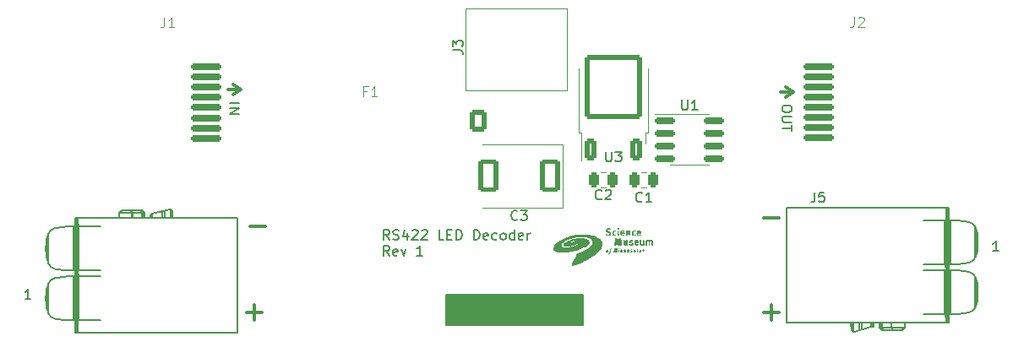
<source format=gto>
G04 #@! TF.GenerationSoftware,KiCad,Pcbnew,7.0.9*
G04 #@! TF.CreationDate,2024-08-07T11:51:21-05:00*
G04 #@! TF.ProjectId,led_segment,6c65645f-7365-4676-9d65-6e742e6b6963,rev?*
G04 #@! TF.SameCoordinates,Original*
G04 #@! TF.FileFunction,Legend,Top*
G04 #@! TF.FilePolarity,Positive*
%FSLAX46Y46*%
G04 Gerber Fmt 4.6, Leading zero omitted, Abs format (unit mm)*
G04 Created by KiCad (PCBNEW 7.0.9) date 2024-08-07 11:51:21*
%MOMM*%
%LPD*%
G01*
G04 APERTURE LIST*
G04 Aperture macros list*
%AMRoundRect*
0 Rectangle with rounded corners*
0 $1 Rounding radius*
0 $2 $3 $4 $5 $6 $7 $8 $9 X,Y pos of 4 corners*
0 Add a 4 corners polygon primitive as box body*
4,1,4,$2,$3,$4,$5,$6,$7,$8,$9,$2,$3,0*
0 Add four circle primitives for the rounded corners*
1,1,$1+$1,$2,$3*
1,1,$1+$1,$4,$5*
1,1,$1+$1,$6,$7*
1,1,$1+$1,$8,$9*
0 Add four rect primitives between the rounded corners*
20,1,$1+$1,$2,$3,$4,$5,0*
20,1,$1+$1,$4,$5,$6,$7,0*
20,1,$1+$1,$6,$7,$8,$9,0*
20,1,$1+$1,$8,$9,$2,$3,0*%
G04 Aperture macros list end*
%ADD10C,0.300000*%
%ADD11C,0.150000*%
%ADD12C,0.100000*%
%ADD13C,0.200000*%
%ADD14C,0.120000*%
%ADD15R,4.300000X2.550000*%
%ADD16C,2.000000*%
%ADD17RoundRect,0.176750X1.323250X-0.176750X1.323250X0.176750X-1.323250X0.176750X-1.323250X-0.176750X0*%
%ADD18RoundRect,0.176750X-1.323250X0.176750X-1.323250X-0.176750X1.323250X-0.176750X1.323250X0.176750X0*%
%ADD19C,2.804000*%
%ADD20C,3.104000*%
%ADD21O,4.064800X2.134400*%
%ADD22RoundRect,0.250000X-0.250000X-0.475000X0.250000X-0.475000X0.250000X0.475000X-0.250000X0.475000X0*%
%ADD23RoundRect,0.150000X-0.825000X-0.150000X0.825000X-0.150000X0.825000X0.150000X-0.825000X0.150000X0*%
%ADD24C,3.200000*%
%ADD25RoundRect,0.250000X0.750000X1.400000X-0.750000X1.400000X-0.750000X-1.400000X0.750000X-1.400000X0*%
%ADD26RoundRect,0.250000X0.350000X-0.850000X0.350000X0.850000X-0.350000X0.850000X-0.350000X-0.850000X0*%
%ADD27RoundRect,0.249997X2.650003X-2.950003X2.650003X2.950003X-2.650003X2.950003X-2.650003X-2.950003X0*%
%ADD28RoundRect,0.250000X-0.620000X-0.845000X0.620000X-0.845000X0.620000X0.845000X-0.620000X0.845000X0*%
%ADD29O,1.740000X2.190000*%
G04 APERTURE END LIST*
D10*
X159320000Y-128716000D02*
X158558000Y-128208000D01*
X213422000Y-128970000D02*
X214692000Y-128970000D01*
D11*
X179894000Y-149290000D02*
X193610000Y-149290000D01*
X193610000Y-152338000D01*
X179894000Y-152338000D01*
X179894000Y-149290000D01*
G36*
X179894000Y-149290000D02*
G01*
X193610000Y-149290000D01*
X193610000Y-152338000D01*
X179894000Y-152338000D01*
X179894000Y-149290000D01*
G37*
D10*
X214692000Y-128970000D02*
X213930000Y-128462000D01*
X158050000Y-128716000D02*
X159320000Y-128716000D01*
X159320000Y-128716000D02*
X158558000Y-129224000D01*
X214692000Y-128970000D02*
X213930000Y-129478000D01*
X211682558Y-141536733D02*
X213206368Y-141536733D01*
X160247558Y-142425733D02*
X161771368Y-142425733D01*
D11*
X214552180Y-130513255D02*
X214552180Y-130703731D01*
X214552180Y-130703731D02*
X214504561Y-130798969D01*
X214504561Y-130798969D02*
X214409323Y-130894207D01*
X214409323Y-130894207D02*
X214218847Y-130941826D01*
X214218847Y-130941826D02*
X213885514Y-130941826D01*
X213885514Y-130941826D02*
X213695038Y-130894207D01*
X213695038Y-130894207D02*
X213599800Y-130798969D01*
X213599800Y-130798969D02*
X213552180Y-130703731D01*
X213552180Y-130703731D02*
X213552180Y-130513255D01*
X213552180Y-130513255D02*
X213599800Y-130418017D01*
X213599800Y-130418017D02*
X213695038Y-130322779D01*
X213695038Y-130322779D02*
X213885514Y-130275160D01*
X213885514Y-130275160D02*
X214218847Y-130275160D01*
X214218847Y-130275160D02*
X214409323Y-130322779D01*
X214409323Y-130322779D02*
X214504561Y-130418017D01*
X214504561Y-130418017D02*
X214552180Y-130513255D01*
X214552180Y-131370398D02*
X213742657Y-131370398D01*
X213742657Y-131370398D02*
X213647419Y-131418017D01*
X213647419Y-131418017D02*
X213599800Y-131465636D01*
X213599800Y-131465636D02*
X213552180Y-131560874D01*
X213552180Y-131560874D02*
X213552180Y-131751350D01*
X213552180Y-131751350D02*
X213599800Y-131846588D01*
X213599800Y-131846588D02*
X213647419Y-131894207D01*
X213647419Y-131894207D02*
X213742657Y-131941826D01*
X213742657Y-131941826D02*
X214552180Y-131941826D01*
X214552180Y-132275160D02*
X214552180Y-132846588D01*
X213552180Y-132560874D02*
X214552180Y-132560874D01*
D10*
X211682558Y-151061733D02*
X213206368Y-151061733D01*
X212444463Y-151823638D02*
X212444463Y-150299828D01*
D11*
X174198207Y-143739819D02*
X173864874Y-143263628D01*
X173626779Y-143739819D02*
X173626779Y-142739819D01*
X173626779Y-142739819D02*
X174007731Y-142739819D01*
X174007731Y-142739819D02*
X174102969Y-142787438D01*
X174102969Y-142787438D02*
X174150588Y-142835057D01*
X174150588Y-142835057D02*
X174198207Y-142930295D01*
X174198207Y-142930295D02*
X174198207Y-143073152D01*
X174198207Y-143073152D02*
X174150588Y-143168390D01*
X174150588Y-143168390D02*
X174102969Y-143216009D01*
X174102969Y-143216009D02*
X174007731Y-143263628D01*
X174007731Y-143263628D02*
X173626779Y-143263628D01*
X174579160Y-143692200D02*
X174722017Y-143739819D01*
X174722017Y-143739819D02*
X174960112Y-143739819D01*
X174960112Y-143739819D02*
X175055350Y-143692200D01*
X175055350Y-143692200D02*
X175102969Y-143644580D01*
X175102969Y-143644580D02*
X175150588Y-143549342D01*
X175150588Y-143549342D02*
X175150588Y-143454104D01*
X175150588Y-143454104D02*
X175102969Y-143358866D01*
X175102969Y-143358866D02*
X175055350Y-143311247D01*
X175055350Y-143311247D02*
X174960112Y-143263628D01*
X174960112Y-143263628D02*
X174769636Y-143216009D01*
X174769636Y-143216009D02*
X174674398Y-143168390D01*
X174674398Y-143168390D02*
X174626779Y-143120771D01*
X174626779Y-143120771D02*
X174579160Y-143025533D01*
X174579160Y-143025533D02*
X174579160Y-142930295D01*
X174579160Y-142930295D02*
X174626779Y-142835057D01*
X174626779Y-142835057D02*
X174674398Y-142787438D01*
X174674398Y-142787438D02*
X174769636Y-142739819D01*
X174769636Y-142739819D02*
X175007731Y-142739819D01*
X175007731Y-142739819D02*
X175150588Y-142787438D01*
X176007731Y-143073152D02*
X176007731Y-143739819D01*
X175769636Y-142692200D02*
X175531541Y-143406485D01*
X175531541Y-143406485D02*
X176150588Y-143406485D01*
X176483922Y-142835057D02*
X176531541Y-142787438D01*
X176531541Y-142787438D02*
X176626779Y-142739819D01*
X176626779Y-142739819D02*
X176864874Y-142739819D01*
X176864874Y-142739819D02*
X176960112Y-142787438D01*
X176960112Y-142787438D02*
X177007731Y-142835057D01*
X177007731Y-142835057D02*
X177055350Y-142930295D01*
X177055350Y-142930295D02*
X177055350Y-143025533D01*
X177055350Y-143025533D02*
X177007731Y-143168390D01*
X177007731Y-143168390D02*
X176436303Y-143739819D01*
X176436303Y-143739819D02*
X177055350Y-143739819D01*
X177436303Y-142835057D02*
X177483922Y-142787438D01*
X177483922Y-142787438D02*
X177579160Y-142739819D01*
X177579160Y-142739819D02*
X177817255Y-142739819D01*
X177817255Y-142739819D02*
X177912493Y-142787438D01*
X177912493Y-142787438D02*
X177960112Y-142835057D01*
X177960112Y-142835057D02*
X178007731Y-142930295D01*
X178007731Y-142930295D02*
X178007731Y-143025533D01*
X178007731Y-143025533D02*
X177960112Y-143168390D01*
X177960112Y-143168390D02*
X177388684Y-143739819D01*
X177388684Y-143739819D02*
X178007731Y-143739819D01*
X179674398Y-143739819D02*
X179198208Y-143739819D01*
X179198208Y-143739819D02*
X179198208Y-142739819D01*
X180007732Y-143216009D02*
X180341065Y-143216009D01*
X180483922Y-143739819D02*
X180007732Y-143739819D01*
X180007732Y-143739819D02*
X180007732Y-142739819D01*
X180007732Y-142739819D02*
X180483922Y-142739819D01*
X180912494Y-143739819D02*
X180912494Y-142739819D01*
X180912494Y-142739819D02*
X181150589Y-142739819D01*
X181150589Y-142739819D02*
X181293446Y-142787438D01*
X181293446Y-142787438D02*
X181388684Y-142882676D01*
X181388684Y-142882676D02*
X181436303Y-142977914D01*
X181436303Y-142977914D02*
X181483922Y-143168390D01*
X181483922Y-143168390D02*
X181483922Y-143311247D01*
X181483922Y-143311247D02*
X181436303Y-143501723D01*
X181436303Y-143501723D02*
X181388684Y-143596961D01*
X181388684Y-143596961D02*
X181293446Y-143692200D01*
X181293446Y-143692200D02*
X181150589Y-143739819D01*
X181150589Y-143739819D02*
X180912494Y-143739819D01*
X182674399Y-143739819D02*
X182674399Y-142739819D01*
X182674399Y-142739819D02*
X182912494Y-142739819D01*
X182912494Y-142739819D02*
X183055351Y-142787438D01*
X183055351Y-142787438D02*
X183150589Y-142882676D01*
X183150589Y-142882676D02*
X183198208Y-142977914D01*
X183198208Y-142977914D02*
X183245827Y-143168390D01*
X183245827Y-143168390D02*
X183245827Y-143311247D01*
X183245827Y-143311247D02*
X183198208Y-143501723D01*
X183198208Y-143501723D02*
X183150589Y-143596961D01*
X183150589Y-143596961D02*
X183055351Y-143692200D01*
X183055351Y-143692200D02*
X182912494Y-143739819D01*
X182912494Y-143739819D02*
X182674399Y-143739819D01*
X184055351Y-143692200D02*
X183960113Y-143739819D01*
X183960113Y-143739819D02*
X183769637Y-143739819D01*
X183769637Y-143739819D02*
X183674399Y-143692200D01*
X183674399Y-143692200D02*
X183626780Y-143596961D01*
X183626780Y-143596961D02*
X183626780Y-143216009D01*
X183626780Y-143216009D02*
X183674399Y-143120771D01*
X183674399Y-143120771D02*
X183769637Y-143073152D01*
X183769637Y-143073152D02*
X183960113Y-143073152D01*
X183960113Y-143073152D02*
X184055351Y-143120771D01*
X184055351Y-143120771D02*
X184102970Y-143216009D01*
X184102970Y-143216009D02*
X184102970Y-143311247D01*
X184102970Y-143311247D02*
X183626780Y-143406485D01*
X184960113Y-143692200D02*
X184864875Y-143739819D01*
X184864875Y-143739819D02*
X184674399Y-143739819D01*
X184674399Y-143739819D02*
X184579161Y-143692200D01*
X184579161Y-143692200D02*
X184531542Y-143644580D01*
X184531542Y-143644580D02*
X184483923Y-143549342D01*
X184483923Y-143549342D02*
X184483923Y-143263628D01*
X184483923Y-143263628D02*
X184531542Y-143168390D01*
X184531542Y-143168390D02*
X184579161Y-143120771D01*
X184579161Y-143120771D02*
X184674399Y-143073152D01*
X184674399Y-143073152D02*
X184864875Y-143073152D01*
X184864875Y-143073152D02*
X184960113Y-143120771D01*
X185531542Y-143739819D02*
X185436304Y-143692200D01*
X185436304Y-143692200D02*
X185388685Y-143644580D01*
X185388685Y-143644580D02*
X185341066Y-143549342D01*
X185341066Y-143549342D02*
X185341066Y-143263628D01*
X185341066Y-143263628D02*
X185388685Y-143168390D01*
X185388685Y-143168390D02*
X185436304Y-143120771D01*
X185436304Y-143120771D02*
X185531542Y-143073152D01*
X185531542Y-143073152D02*
X185674399Y-143073152D01*
X185674399Y-143073152D02*
X185769637Y-143120771D01*
X185769637Y-143120771D02*
X185817256Y-143168390D01*
X185817256Y-143168390D02*
X185864875Y-143263628D01*
X185864875Y-143263628D02*
X185864875Y-143549342D01*
X185864875Y-143549342D02*
X185817256Y-143644580D01*
X185817256Y-143644580D02*
X185769637Y-143692200D01*
X185769637Y-143692200D02*
X185674399Y-143739819D01*
X185674399Y-143739819D02*
X185531542Y-143739819D01*
X186722018Y-143739819D02*
X186722018Y-142739819D01*
X186722018Y-143692200D02*
X186626780Y-143739819D01*
X186626780Y-143739819D02*
X186436304Y-143739819D01*
X186436304Y-143739819D02*
X186341066Y-143692200D01*
X186341066Y-143692200D02*
X186293447Y-143644580D01*
X186293447Y-143644580D02*
X186245828Y-143549342D01*
X186245828Y-143549342D02*
X186245828Y-143263628D01*
X186245828Y-143263628D02*
X186293447Y-143168390D01*
X186293447Y-143168390D02*
X186341066Y-143120771D01*
X186341066Y-143120771D02*
X186436304Y-143073152D01*
X186436304Y-143073152D02*
X186626780Y-143073152D01*
X186626780Y-143073152D02*
X186722018Y-143120771D01*
X187579161Y-143692200D02*
X187483923Y-143739819D01*
X187483923Y-143739819D02*
X187293447Y-143739819D01*
X187293447Y-143739819D02*
X187198209Y-143692200D01*
X187198209Y-143692200D02*
X187150590Y-143596961D01*
X187150590Y-143596961D02*
X187150590Y-143216009D01*
X187150590Y-143216009D02*
X187198209Y-143120771D01*
X187198209Y-143120771D02*
X187293447Y-143073152D01*
X187293447Y-143073152D02*
X187483923Y-143073152D01*
X187483923Y-143073152D02*
X187579161Y-143120771D01*
X187579161Y-143120771D02*
X187626780Y-143216009D01*
X187626780Y-143216009D02*
X187626780Y-143311247D01*
X187626780Y-143311247D02*
X187150590Y-143406485D01*
X188055352Y-143739819D02*
X188055352Y-143073152D01*
X188055352Y-143263628D02*
X188102971Y-143168390D01*
X188102971Y-143168390D02*
X188150590Y-143120771D01*
X188150590Y-143120771D02*
X188245828Y-143073152D01*
X188245828Y-143073152D02*
X188341066Y-143073152D01*
X174198207Y-145349819D02*
X173864874Y-144873628D01*
X173626779Y-145349819D02*
X173626779Y-144349819D01*
X173626779Y-144349819D02*
X174007731Y-144349819D01*
X174007731Y-144349819D02*
X174102969Y-144397438D01*
X174102969Y-144397438D02*
X174150588Y-144445057D01*
X174150588Y-144445057D02*
X174198207Y-144540295D01*
X174198207Y-144540295D02*
X174198207Y-144683152D01*
X174198207Y-144683152D02*
X174150588Y-144778390D01*
X174150588Y-144778390D02*
X174102969Y-144826009D01*
X174102969Y-144826009D02*
X174007731Y-144873628D01*
X174007731Y-144873628D02*
X173626779Y-144873628D01*
X175007731Y-145302200D02*
X174912493Y-145349819D01*
X174912493Y-145349819D02*
X174722017Y-145349819D01*
X174722017Y-145349819D02*
X174626779Y-145302200D01*
X174626779Y-145302200D02*
X174579160Y-145206961D01*
X174579160Y-145206961D02*
X174579160Y-144826009D01*
X174579160Y-144826009D02*
X174626779Y-144730771D01*
X174626779Y-144730771D02*
X174722017Y-144683152D01*
X174722017Y-144683152D02*
X174912493Y-144683152D01*
X174912493Y-144683152D02*
X175007731Y-144730771D01*
X175007731Y-144730771D02*
X175055350Y-144826009D01*
X175055350Y-144826009D02*
X175055350Y-144921247D01*
X175055350Y-144921247D02*
X174579160Y-145016485D01*
X175388684Y-144683152D02*
X175626779Y-145349819D01*
X175626779Y-145349819D02*
X175864874Y-144683152D01*
X177531541Y-145349819D02*
X176960113Y-145349819D01*
X177245827Y-145349819D02*
X177245827Y-144349819D01*
X177245827Y-144349819D02*
X177150589Y-144492676D01*
X177150589Y-144492676D02*
X177055351Y-144587914D01*
X177055351Y-144587914D02*
X176960113Y-144635533D01*
X158180180Y-130068779D02*
X159180180Y-130068779D01*
X158180180Y-130544969D02*
X159180180Y-130544969D01*
X159180180Y-130544969D02*
X158180180Y-131116397D01*
X158180180Y-131116397D02*
X159180180Y-131116397D01*
D10*
X159866558Y-151061733D02*
X161390368Y-151061733D01*
X160628463Y-151823638D02*
X160628463Y-150299828D01*
D12*
X220763666Y-121428419D02*
X220763666Y-122142704D01*
X220763666Y-122142704D02*
X220716047Y-122285561D01*
X220716047Y-122285561D02*
X220620809Y-122380800D01*
X220620809Y-122380800D02*
X220477952Y-122428419D01*
X220477952Y-122428419D02*
X220382714Y-122428419D01*
X221192238Y-121523657D02*
X221239857Y-121476038D01*
X221239857Y-121476038D02*
X221335095Y-121428419D01*
X221335095Y-121428419D02*
X221573190Y-121428419D01*
X221573190Y-121428419D02*
X221668428Y-121476038D01*
X221668428Y-121476038D02*
X221716047Y-121523657D01*
X221716047Y-121523657D02*
X221763666Y-121618895D01*
X221763666Y-121618895D02*
X221763666Y-121714133D01*
X221763666Y-121714133D02*
X221716047Y-121856990D01*
X221716047Y-121856990D02*
X221144619Y-122428419D01*
X221144619Y-122428419D02*
X221763666Y-122428419D01*
X151648666Y-121442419D02*
X151648666Y-122156704D01*
X151648666Y-122156704D02*
X151601047Y-122299561D01*
X151601047Y-122299561D02*
X151505809Y-122394800D01*
X151505809Y-122394800D02*
X151362952Y-122442419D01*
X151362952Y-122442419D02*
X151267714Y-122442419D01*
X152648666Y-122442419D02*
X152077238Y-122442419D01*
X152362952Y-122442419D02*
X152362952Y-121442419D01*
X152362952Y-121442419D02*
X152267714Y-121585276D01*
X152267714Y-121585276D02*
X152172476Y-121680514D01*
X152172476Y-121680514D02*
X152077238Y-121728133D01*
X171940666Y-128838609D02*
X171607333Y-128838609D01*
X171607333Y-129362419D02*
X171607333Y-128362419D01*
X171607333Y-128362419D02*
X172083523Y-128362419D01*
X172988285Y-129362419D02*
X172416857Y-129362419D01*
X172702571Y-129362419D02*
X172702571Y-128362419D01*
X172702571Y-128362419D02*
X172607333Y-128505276D01*
X172607333Y-128505276D02*
X172512095Y-128600514D01*
X172512095Y-128600514D02*
X172416857Y-128648133D01*
D11*
X138275714Y-149680819D02*
X137704286Y-149680819D01*
X137990000Y-149680819D02*
X137990000Y-148680819D01*
X137990000Y-148680819D02*
X137894762Y-148823676D01*
X137894762Y-148823676D02*
X137799524Y-148918914D01*
X137799524Y-148918914D02*
X137704286Y-148966533D01*
X195481333Y-139625580D02*
X195433714Y-139673200D01*
X195433714Y-139673200D02*
X195290857Y-139720819D01*
X195290857Y-139720819D02*
X195195619Y-139720819D01*
X195195619Y-139720819D02*
X195052762Y-139673200D01*
X195052762Y-139673200D02*
X194957524Y-139577961D01*
X194957524Y-139577961D02*
X194909905Y-139482723D01*
X194909905Y-139482723D02*
X194862286Y-139292247D01*
X194862286Y-139292247D02*
X194862286Y-139149390D01*
X194862286Y-139149390D02*
X194909905Y-138958914D01*
X194909905Y-138958914D02*
X194957524Y-138863676D01*
X194957524Y-138863676D02*
X195052762Y-138768438D01*
X195052762Y-138768438D02*
X195195619Y-138720819D01*
X195195619Y-138720819D02*
X195290857Y-138720819D01*
X195290857Y-138720819D02*
X195433714Y-138768438D01*
X195433714Y-138768438D02*
X195481333Y-138816057D01*
X195862286Y-138816057D02*
X195909905Y-138768438D01*
X195909905Y-138768438D02*
X196005143Y-138720819D01*
X196005143Y-138720819D02*
X196243238Y-138720819D01*
X196243238Y-138720819D02*
X196338476Y-138768438D01*
X196338476Y-138768438D02*
X196386095Y-138816057D01*
X196386095Y-138816057D02*
X196433714Y-138911295D01*
X196433714Y-138911295D02*
X196433714Y-139006533D01*
X196433714Y-139006533D02*
X196386095Y-139149390D01*
X196386095Y-139149390D02*
X195814667Y-139720819D01*
X195814667Y-139720819D02*
X196433714Y-139720819D01*
X203510095Y-129732819D02*
X203510095Y-130542342D01*
X203510095Y-130542342D02*
X203557714Y-130637580D01*
X203557714Y-130637580D02*
X203605333Y-130685200D01*
X203605333Y-130685200D02*
X203700571Y-130732819D01*
X203700571Y-130732819D02*
X203891047Y-130732819D01*
X203891047Y-130732819D02*
X203986285Y-130685200D01*
X203986285Y-130685200D02*
X204033904Y-130637580D01*
X204033904Y-130637580D02*
X204081523Y-130542342D01*
X204081523Y-130542342D02*
X204081523Y-129732819D01*
X205081523Y-130732819D02*
X204510095Y-130732819D01*
X204795809Y-130732819D02*
X204795809Y-129732819D01*
X204795809Y-129732819D02*
X204700571Y-129875676D01*
X204700571Y-129875676D02*
X204605333Y-129970914D01*
X204605333Y-129970914D02*
X204510095Y-130018533D01*
X199533333Y-139879580D02*
X199485714Y-139927200D01*
X199485714Y-139927200D02*
X199342857Y-139974819D01*
X199342857Y-139974819D02*
X199247619Y-139974819D01*
X199247619Y-139974819D02*
X199104762Y-139927200D01*
X199104762Y-139927200D02*
X199009524Y-139831961D01*
X199009524Y-139831961D02*
X198961905Y-139736723D01*
X198961905Y-139736723D02*
X198914286Y-139546247D01*
X198914286Y-139546247D02*
X198914286Y-139403390D01*
X198914286Y-139403390D02*
X198961905Y-139212914D01*
X198961905Y-139212914D02*
X199009524Y-139117676D01*
X199009524Y-139117676D02*
X199104762Y-139022438D01*
X199104762Y-139022438D02*
X199247619Y-138974819D01*
X199247619Y-138974819D02*
X199342857Y-138974819D01*
X199342857Y-138974819D02*
X199485714Y-139022438D01*
X199485714Y-139022438D02*
X199533333Y-139070057D01*
X200485714Y-139974819D02*
X199914286Y-139974819D01*
X200200000Y-139974819D02*
X200200000Y-138974819D01*
X200200000Y-138974819D02*
X200104762Y-139117676D01*
X200104762Y-139117676D02*
X200009524Y-139212914D01*
X200009524Y-139212914D02*
X199914286Y-139260533D01*
X187031333Y-141711580D02*
X186983714Y-141759200D01*
X186983714Y-141759200D02*
X186840857Y-141806819D01*
X186840857Y-141806819D02*
X186745619Y-141806819D01*
X186745619Y-141806819D02*
X186602762Y-141759200D01*
X186602762Y-141759200D02*
X186507524Y-141663961D01*
X186507524Y-141663961D02*
X186459905Y-141568723D01*
X186459905Y-141568723D02*
X186412286Y-141378247D01*
X186412286Y-141378247D02*
X186412286Y-141235390D01*
X186412286Y-141235390D02*
X186459905Y-141044914D01*
X186459905Y-141044914D02*
X186507524Y-140949676D01*
X186507524Y-140949676D02*
X186602762Y-140854438D01*
X186602762Y-140854438D02*
X186745619Y-140806819D01*
X186745619Y-140806819D02*
X186840857Y-140806819D01*
X186840857Y-140806819D02*
X186983714Y-140854438D01*
X186983714Y-140854438D02*
X187031333Y-140902057D01*
X187364667Y-140806819D02*
X187983714Y-140806819D01*
X187983714Y-140806819D02*
X187650381Y-141187771D01*
X187650381Y-141187771D02*
X187793238Y-141187771D01*
X187793238Y-141187771D02*
X187888476Y-141235390D01*
X187888476Y-141235390D02*
X187936095Y-141283009D01*
X187936095Y-141283009D02*
X187983714Y-141378247D01*
X187983714Y-141378247D02*
X187983714Y-141616342D01*
X187983714Y-141616342D02*
X187936095Y-141711580D01*
X187936095Y-141711580D02*
X187888476Y-141759200D01*
X187888476Y-141759200D02*
X187793238Y-141806819D01*
X187793238Y-141806819D02*
X187507524Y-141806819D01*
X187507524Y-141806819D02*
X187412286Y-141759200D01*
X187412286Y-141759200D02*
X187364667Y-141711580D01*
X216823666Y-138969803D02*
X216823666Y-139684088D01*
X216823666Y-139684088D02*
X216776047Y-139826945D01*
X216776047Y-139826945D02*
X216680809Y-139922184D01*
X216680809Y-139922184D02*
X216537952Y-139969803D01*
X216537952Y-139969803D02*
X216442714Y-139969803D01*
X217776047Y-138969803D02*
X217299857Y-138969803D01*
X217299857Y-138969803D02*
X217252238Y-139445993D01*
X217252238Y-139445993D02*
X217299857Y-139398374D01*
X217299857Y-139398374D02*
X217395095Y-139350755D01*
X217395095Y-139350755D02*
X217633190Y-139350755D01*
X217633190Y-139350755D02*
X217728428Y-139398374D01*
X217728428Y-139398374D02*
X217776047Y-139445993D01*
X217776047Y-139445993D02*
X217823666Y-139541231D01*
X217823666Y-139541231D02*
X217823666Y-139779326D01*
X217823666Y-139779326D02*
X217776047Y-139874564D01*
X217776047Y-139874564D02*
X217728428Y-139922184D01*
X217728428Y-139922184D02*
X217633190Y-139969803D01*
X217633190Y-139969803D02*
X217395095Y-139969803D01*
X217395095Y-139969803D02*
X217299857Y-139922184D01*
X217299857Y-139922184D02*
X217252238Y-139874564D01*
X235267714Y-144854803D02*
X234696286Y-144854803D01*
X234982000Y-144854803D02*
X234982000Y-143854803D01*
X234982000Y-143854803D02*
X234886762Y-143997660D01*
X234886762Y-143997660D02*
X234791524Y-144092898D01*
X234791524Y-144092898D02*
X234696286Y-144140517D01*
X195890095Y-134910819D02*
X195890095Y-135720342D01*
X195890095Y-135720342D02*
X195937714Y-135815580D01*
X195937714Y-135815580D02*
X195985333Y-135863200D01*
X195985333Y-135863200D02*
X196080571Y-135910819D01*
X196080571Y-135910819D02*
X196271047Y-135910819D01*
X196271047Y-135910819D02*
X196366285Y-135863200D01*
X196366285Y-135863200D02*
X196413904Y-135815580D01*
X196413904Y-135815580D02*
X196461523Y-135720342D01*
X196461523Y-135720342D02*
X196461523Y-134910819D01*
X196842476Y-134910819D02*
X197461523Y-134910819D01*
X197461523Y-134910819D02*
X197128190Y-135291771D01*
X197128190Y-135291771D02*
X197271047Y-135291771D01*
X197271047Y-135291771D02*
X197366285Y-135339390D01*
X197366285Y-135339390D02*
X197413904Y-135387009D01*
X197413904Y-135387009D02*
X197461523Y-135482247D01*
X197461523Y-135482247D02*
X197461523Y-135720342D01*
X197461523Y-135720342D02*
X197413904Y-135815580D01*
X197413904Y-135815580D02*
X197366285Y-135863200D01*
X197366285Y-135863200D02*
X197271047Y-135910819D01*
X197271047Y-135910819D02*
X196985333Y-135910819D01*
X196985333Y-135910819D02*
X196890095Y-135863200D01*
X196890095Y-135863200D02*
X196842476Y-135815580D01*
X180556819Y-124731333D02*
X181271104Y-124731333D01*
X181271104Y-124731333D02*
X181413961Y-124778952D01*
X181413961Y-124778952D02*
X181509200Y-124874190D01*
X181509200Y-124874190D02*
X181556819Y-125017047D01*
X181556819Y-125017047D02*
X181556819Y-125112285D01*
X180556819Y-124350380D02*
X180556819Y-123731333D01*
X180556819Y-123731333D02*
X180937771Y-124064666D01*
X180937771Y-124064666D02*
X180937771Y-123921809D01*
X180937771Y-123921809D02*
X180985390Y-123826571D01*
X180985390Y-123826571D02*
X181033009Y-123778952D01*
X181033009Y-123778952D02*
X181128247Y-123731333D01*
X181128247Y-123731333D02*
X181366342Y-123731333D01*
X181366342Y-123731333D02*
X181461580Y-123778952D01*
X181461580Y-123778952D02*
X181509200Y-123826571D01*
X181509200Y-123826571D02*
X181556819Y-123921809D01*
X181556819Y-123921809D02*
X181556819Y-124207523D01*
X181556819Y-124207523D02*
X181509200Y-124302761D01*
X181509200Y-124302761D02*
X181461580Y-124350380D01*
G36*
X197244573Y-144725229D02*
G01*
X197246962Y-144749564D01*
X197248758Y-144786237D01*
X197249781Y-144832070D01*
X197249950Y-144861313D01*
X197249950Y-145006216D01*
X197175161Y-145006216D01*
X197175161Y-144728096D01*
X197204375Y-144722254D01*
X197227297Y-144718145D01*
X197241693Y-144716411D01*
X197241770Y-144716411D01*
X197244573Y-144725229D01*
G37*
G36*
X197241197Y-144611086D02*
G01*
X197256791Y-144630781D01*
X197259298Y-144647499D01*
X197251683Y-144675033D01*
X197232069Y-144691933D01*
X197205302Y-144695680D01*
X197182173Y-144687616D01*
X197169859Y-144671104D01*
X197166097Y-144646630D01*
X197171526Y-144623172D01*
X197177031Y-144615446D01*
X197194512Y-144606808D01*
X197212555Y-144604228D01*
X197241197Y-144611086D01*
G37*
G36*
X197180323Y-142579023D02*
G01*
X197205957Y-142605101D01*
X197217623Y-142633476D01*
X197217795Y-142670671D01*
X197203670Y-142702465D01*
X197179078Y-142726589D01*
X197147851Y-142740773D01*
X197113817Y-142742750D01*
X197080807Y-142730248D01*
X197069396Y-142721293D01*
X197044828Y-142687786D01*
X197037113Y-142651149D01*
X197046086Y-142615313D01*
X197071582Y-142584212D01*
X197075289Y-142581322D01*
X197110277Y-142565406D01*
X197146859Y-142565216D01*
X197180323Y-142579023D01*
G37*
G36*
X197203412Y-143006677D02*
G01*
X197203627Y-143077878D01*
X197204240Y-143133026D01*
X197205433Y-143174764D01*
X197207386Y-143205734D01*
X197210280Y-143228579D01*
X197214296Y-143245942D01*
X197219615Y-143260466D01*
X197220977Y-143263542D01*
X197238337Y-143301766D01*
X197188929Y-143331319D01*
X197161551Y-143346924D01*
X197140302Y-143357634D01*
X197131044Y-143360871D01*
X197119739Y-143354542D01*
X197102733Y-143338938D01*
X197099211Y-143335163D01*
X197085492Y-143319075D01*
X197074834Y-143302972D01*
X197066853Y-143284317D01*
X197061163Y-143260576D01*
X197057383Y-143229212D01*
X197055126Y-143187689D01*
X197054009Y-143133472D01*
X197053649Y-143064024D01*
X197053630Y-143034246D01*
X197053630Y-142811334D01*
X197075055Y-142805957D01*
X197096264Y-142801863D01*
X197127691Y-142797132D01*
X197149843Y-142794308D01*
X197203207Y-142788036D01*
X197203412Y-143006677D01*
G37*
G36*
X198830689Y-144724635D02*
G01*
X198868954Y-144748085D01*
X198896443Y-144784951D01*
X198911543Y-144833393D01*
X198913991Y-144865987D01*
X198906863Y-144919323D01*
X198887066Y-144962516D01*
X198856979Y-144993869D01*
X198818981Y-145011684D01*
X198775453Y-145014262D01*
X198728774Y-144999906D01*
X198727338Y-144999190D01*
X198690793Y-144970899D01*
X198667838Y-144929951D01*
X198658683Y-144876747D01*
X198658512Y-144867130D01*
X198658659Y-144865987D01*
X198745717Y-144865987D01*
X198748923Y-144909108D01*
X198759078Y-144936164D01*
X198776991Y-144948752D01*
X198788346Y-144950124D01*
X198809833Y-144943219D01*
X198820737Y-144926144D01*
X198826906Y-144900322D01*
X198829819Y-144869235D01*
X198829854Y-144865987D01*
X198825693Y-144821731D01*
X198813332Y-144793658D01*
X198792954Y-144782138D01*
X198788346Y-144781850D01*
X198766498Y-144788177D01*
X198752790Y-144808221D01*
X198746412Y-144843577D01*
X198745717Y-144865987D01*
X198658659Y-144865987D01*
X198665485Y-144812728D01*
X198685203Y-144768639D01*
X198716034Y-144736839D01*
X198756340Y-144719303D01*
X198783257Y-144716446D01*
X198830689Y-144724635D01*
G37*
G36*
X196097018Y-144721212D02*
G01*
X196113235Y-144725473D01*
X196145794Y-144741927D01*
X196165393Y-144767257D01*
X196174027Y-144804725D01*
X196174867Y-144826299D01*
X196167611Y-144887086D01*
X196146933Y-144938281D01*
X196114467Y-144977987D01*
X196071846Y-145004307D01*
X196020705Y-145015344D01*
X196011879Y-145015564D01*
X195978524Y-145012157D01*
X195952410Y-144999299D01*
X195939250Y-144988541D01*
X195921507Y-144970700D01*
X195912622Y-144953468D01*
X195909768Y-144929327D01*
X195909750Y-144910056D01*
X195909972Y-144908479D01*
X195997244Y-144908479D01*
X195999766Y-144941133D01*
X196008499Y-144957199D01*
X196025192Y-144958248D01*
X196043788Y-144950231D01*
X196060297Y-144932998D01*
X196074907Y-144903403D01*
X196085360Y-144867779D01*
X196089402Y-144832458D01*
X196089052Y-144823180D01*
X196085545Y-144799261D01*
X196077805Y-144788791D01*
X196062684Y-144786525D01*
X196045726Y-144790631D01*
X196031158Y-144805577D01*
X196018279Y-144828237D01*
X196005166Y-144862585D01*
X195997836Y-144898146D01*
X195997244Y-144908479D01*
X195909972Y-144908479D01*
X195917668Y-144853720D01*
X195938110Y-144804420D01*
X195968671Y-144764337D01*
X196006946Y-144735654D01*
X196050530Y-144720552D01*
X196097018Y-144721212D01*
G37*
G36*
X197406610Y-144721204D02*
G01*
X197412494Y-144728115D01*
X197420448Y-144736816D01*
X197432020Y-144736538D01*
X197452515Y-144727801D01*
X197487692Y-144718704D01*
X197522686Y-144722226D01*
X197551511Y-144736984D01*
X197565093Y-144753805D01*
X197570885Y-144775138D01*
X197575039Y-144810441D01*
X197577048Y-144855022D01*
X197577154Y-144865987D01*
X197578143Y-144906122D01*
X197580562Y-144939984D01*
X197583984Y-144962645D01*
X197586018Y-144968367D01*
X197587490Y-144980921D01*
X197573744Y-144994395D01*
X197566952Y-144998749D01*
X197546546Y-145010896D01*
X197535181Y-145013741D01*
X197525451Y-145006877D01*
X197515495Y-144995908D01*
X197506753Y-144982763D01*
X197500887Y-144963659D01*
X197497139Y-144934549D01*
X197494751Y-144891383D01*
X197494473Y-144883725D01*
X197492644Y-144841167D01*
X197490235Y-144813973D01*
X197486518Y-144798810D01*
X197480762Y-144792346D01*
X197474203Y-144791199D01*
X197454598Y-144792259D01*
X197441421Y-144797494D01*
X197433404Y-144809992D01*
X197429273Y-144832838D01*
X197427757Y-144869118D01*
X197427572Y-144904382D01*
X197427572Y-145006216D01*
X197344396Y-145006216D01*
X197341578Y-144870599D01*
X197338761Y-144734983D01*
X197371076Y-144724334D01*
X197394014Y-144718461D01*
X197406610Y-144721204D01*
G37*
G36*
X197743158Y-144721204D02*
G01*
X197749042Y-144728115D01*
X197756995Y-144736816D01*
X197768568Y-144736538D01*
X197789063Y-144727801D01*
X197824240Y-144718704D01*
X197859233Y-144722226D01*
X197888059Y-144736984D01*
X197901641Y-144753805D01*
X197907433Y-144775138D01*
X197911586Y-144810441D01*
X197913596Y-144855022D01*
X197913702Y-144865987D01*
X197914691Y-144906122D01*
X197917109Y-144939984D01*
X197920531Y-144962645D01*
X197922566Y-144968367D01*
X197924037Y-144980921D01*
X197910292Y-144994395D01*
X197903500Y-144998749D01*
X197883094Y-145010896D01*
X197871729Y-145013741D01*
X197861999Y-145006877D01*
X197852043Y-144995908D01*
X197843300Y-144982763D01*
X197837435Y-144963659D01*
X197833687Y-144934549D01*
X197831299Y-144891383D01*
X197831021Y-144883725D01*
X197829191Y-144841167D01*
X197826783Y-144813973D01*
X197823066Y-144798810D01*
X197817310Y-144792346D01*
X197810751Y-144791199D01*
X197791145Y-144792259D01*
X197777969Y-144797494D01*
X197769951Y-144809992D01*
X197765820Y-144832838D01*
X197764305Y-144869118D01*
X197764120Y-144904382D01*
X197764120Y-145006216D01*
X197680943Y-145006216D01*
X197678126Y-144870599D01*
X197675309Y-144734983D01*
X197707624Y-144724334D01*
X197730562Y-144718461D01*
X197743158Y-144721204D01*
G37*
G36*
X199091613Y-144677976D02*
G01*
X199092644Y-144702383D01*
X199098312Y-144713401D01*
X199112478Y-144716322D01*
X199119659Y-144716411D01*
X199141524Y-144720315D01*
X199147705Y-144731048D01*
X199141500Y-144756963D01*
X199126089Y-144775947D01*
X199109631Y-144781850D01*
X199100886Y-144783090D01*
X199095573Y-144789154D01*
X199093039Y-144803561D01*
X199092631Y-144829830D01*
X199093600Y-144868325D01*
X199096288Y-144954799D01*
X199121042Y-144953169D01*
X199140314Y-144955734D01*
X199149224Y-144970391D01*
X199150599Y-144976541D01*
X199152951Y-144996146D01*
X199151759Y-145005231D01*
X199141131Y-145008179D01*
X199118069Y-145011601D01*
X199101865Y-145013365D01*
X199071983Y-145014776D01*
X199052527Y-145010288D01*
X199035596Y-144997697D01*
X199031545Y-144993740D01*
X199020543Y-144981532D01*
X199013525Y-144968580D01*
X199009602Y-144950524D01*
X199007883Y-144923002D01*
X199007479Y-144881652D01*
X199007476Y-144875761D01*
X199007016Y-144832054D01*
X199005330Y-144803958D01*
X199001960Y-144788403D01*
X198996447Y-144782320D01*
X198993454Y-144781850D01*
X198982373Y-144773579D01*
X198979431Y-144753511D01*
X198983816Y-144730584D01*
X198993454Y-144719791D01*
X199003892Y-144707214D01*
X199007476Y-144687917D01*
X199008800Y-144668766D01*
X199015844Y-144657751D01*
X199033215Y-144650952D01*
X199056627Y-144646105D01*
X199091613Y-144639541D01*
X199091613Y-144677976D01*
G37*
G36*
X198506450Y-144720945D02*
G01*
X198535689Y-144729962D01*
X198556427Y-144739982D01*
X198562897Y-144749621D01*
X198558501Y-144764607D01*
X198557539Y-144766744D01*
X198549606Y-144780037D01*
X198537818Y-144786713D01*
X198516644Y-144788657D01*
X198494422Y-144788250D01*
X198459455Y-144789672D01*
X198442183Y-144795991D01*
X198442639Y-144805971D01*
X198460855Y-144818376D01*
X198493306Y-144830863D01*
X198524808Y-144843350D01*
X198550676Y-144857983D01*
X198561083Y-144866956D01*
X198575929Y-144898479D01*
X198574975Y-144934384D01*
X198558667Y-144969796D01*
X198550787Y-144979663D01*
X198532896Y-144997098D01*
X198514388Y-145006609D01*
X198488090Y-145011057D01*
X198468987Y-145012318D01*
X198432970Y-145011917D01*
X198399783Y-145007853D01*
X198384132Y-145003667D01*
X198357906Y-144991984D01*
X198346763Y-144980483D01*
X198347800Y-144964240D01*
X198352860Y-144950652D01*
X198362398Y-144932085D01*
X198372537Y-144928212D01*
X198384281Y-144933117D01*
X198419025Y-144947021D01*
X198451938Y-144952226D01*
X198476842Y-144947922D01*
X198480466Y-144945742D01*
X198492111Y-144930067D01*
X198486946Y-144914895D01*
X198466754Y-144902722D01*
X198446054Y-144897541D01*
X198403802Y-144884257D01*
X198372647Y-144861139D01*
X198355496Y-144830831D01*
X198353078Y-144813125D01*
X198355824Y-144785316D01*
X198362456Y-144763109D01*
X198362704Y-144762636D01*
X198385246Y-144738863D01*
X198420024Y-144723365D01*
X198462079Y-144717080D01*
X198506450Y-144720945D01*
G37*
G36*
X196840390Y-142792209D02*
G01*
X196894589Y-142813633D01*
X196924809Y-142835003D01*
X196933199Y-142844278D01*
X196933669Y-142854509D01*
X196924981Y-142870687D01*
X196910986Y-142890736D01*
X196892972Y-142914779D01*
X196878662Y-142932030D01*
X196873220Y-142937236D01*
X196861039Y-142936061D01*
X196838951Y-142927594D01*
X196825613Y-142921010D01*
X196786399Y-142906034D01*
X196754685Y-142907180D01*
X196729917Y-142924891D01*
X196711538Y-142959608D01*
X196698992Y-143011771D01*
X196697347Y-143022785D01*
X196692816Y-143083310D01*
X196695978Y-143138568D01*
X196706221Y-143184865D01*
X196722930Y-143218508D01*
X196731357Y-143227655D01*
X196760604Y-143244776D01*
X196793097Y-143246284D01*
X196831787Y-143232106D01*
X196844935Y-143224847D01*
X196869650Y-143212040D01*
X196887927Y-143205614D01*
X196893281Y-143205740D01*
X196902740Y-143215691D01*
X196918146Y-143235647D01*
X196927083Y-143248196D01*
X196941778Y-143273078D01*
X196944738Y-143292052D01*
X196934343Y-143308283D01*
X196908973Y-143324938D01*
X196880682Y-143338896D01*
X196830783Y-143354704D01*
X196773888Y-143361063D01*
X196717422Y-143357819D01*
X196668811Y-143344814D01*
X196665666Y-143343430D01*
X196614108Y-143310061D01*
X196574445Y-143262762D01*
X196547111Y-143202380D01*
X196532543Y-143129761D01*
X196530112Y-143080415D01*
X196536583Y-142998982D01*
X196556180Y-142930579D01*
X196589177Y-142874655D01*
X196635847Y-142830661D01*
X196662855Y-142813800D01*
X196720001Y-142791926D01*
X196780687Y-142784851D01*
X196840390Y-142792209D01*
G37*
G36*
X198172403Y-144722611D02*
G01*
X198195299Y-144728525D01*
X198213569Y-144740826D01*
X198216785Y-144743762D01*
X198240827Y-144777728D01*
X198255660Y-144823296D01*
X198259541Y-144863650D01*
X198259593Y-144894033D01*
X198180130Y-144894033D01*
X198141273Y-144894457D01*
X198117518Y-144896234D01*
X198105280Y-144900124D01*
X198100974Y-144906885D01*
X198100667Y-144910860D01*
X198106586Y-144931598D01*
X198111886Y-144938906D01*
X198130920Y-144947400D01*
X198159417Y-144949703D01*
X198189173Y-144945755D01*
X198205713Y-144939592D01*
X198223114Y-144934249D01*
X198236014Y-144943665D01*
X198237818Y-144946053D01*
X198248716Y-144966561D01*
X198244722Y-144981975D01*
X198224304Y-144996292D01*
X198217207Y-144999810D01*
X198172136Y-145013113D01*
X198124808Y-145013526D01*
X198082534Y-145001183D01*
X198075413Y-144997246D01*
X198042585Y-144967034D01*
X198021051Y-144926206D01*
X198011180Y-144879319D01*
X198013342Y-144830929D01*
X198016850Y-144820009D01*
X198100667Y-144820009D01*
X198108963Y-144825385D01*
X198129685Y-144828375D01*
X198138062Y-144828593D01*
X198161480Y-144826689D01*
X198174504Y-144821932D01*
X198175456Y-144820009D01*
X198168311Y-144794950D01*
X198147974Y-144782763D01*
X198138062Y-144781850D01*
X198113504Y-144789142D01*
X198101562Y-144809894D01*
X198100667Y-144820009D01*
X198016850Y-144820009D01*
X198027905Y-144785594D01*
X198055204Y-144747905D01*
X198074255Y-144732192D01*
X198093892Y-144724119D01*
X198121518Y-144721288D01*
X198137922Y-144721085D01*
X198172403Y-144722611D01*
G37*
G36*
X199742284Y-143762433D02*
G01*
X199743569Y-143787500D01*
X199744641Y-143826158D01*
X199745441Y-143875853D01*
X199745911Y-143934033D01*
X199746011Y-143978176D01*
X199746231Y-144052983D01*
X199746978Y-144111495D01*
X199748387Y-144156109D01*
X199750591Y-144189220D01*
X199753723Y-144213227D01*
X199757918Y-144230527D01*
X199760457Y-144237414D01*
X199767811Y-144257867D01*
X199767750Y-144272672D01*
X199757783Y-144285464D01*
X199735419Y-144299877D01*
X199707502Y-144314721D01*
X199673668Y-144332253D01*
X199631384Y-144287245D01*
X199593552Y-144306545D01*
X199547416Y-144322669D01*
X199494686Y-144329729D01*
X199443611Y-144327112D01*
X199414866Y-144319805D01*
X199383501Y-144303630D01*
X199353664Y-144281433D01*
X199349427Y-144277410D01*
X199320653Y-144248647D01*
X199320653Y-143777047D01*
X199381418Y-143765696D01*
X199414346Y-143760427D01*
X199440652Y-143757814D01*
X199453869Y-143758309D01*
X199457849Y-143764264D01*
X199460891Y-143780254D01*
X199463089Y-143808027D01*
X199464536Y-143849331D01*
X199465326Y-143905911D01*
X199465555Y-143975712D01*
X199465891Y-144052046D01*
X199466946Y-144111054D01*
X199468786Y-144154098D01*
X199471480Y-144182539D01*
X199475096Y-144197736D01*
X199476773Y-144200371D01*
X199497643Y-144209884D01*
X199527405Y-144210952D01*
X199558578Y-144204160D01*
X199581151Y-144192214D01*
X199605783Y-144172838D01*
X199605783Y-143783055D01*
X199670731Y-143768283D01*
X199703413Y-143761003D01*
X199728385Y-143755727D01*
X199740586Y-143753522D01*
X199740846Y-143753510D01*
X199742284Y-143762433D01*
G37*
G36*
X198781954Y-142786986D02*
G01*
X198827881Y-142802077D01*
X198869723Y-142823415D01*
X198877394Y-142828572D01*
X198905002Y-142848231D01*
X198875113Y-142887197D01*
X198856717Y-142910995D01*
X198842525Y-142929026D01*
X198837912Y-142934672D01*
X198825801Y-142935751D01*
X198803049Y-142928002D01*
X198789832Y-142921553D01*
X198749880Y-142906602D01*
X198717247Y-142908547D01*
X198690825Y-142927591D01*
X198680767Y-142941629D01*
X198666497Y-142977127D01*
X198657360Y-143025342D01*
X198654010Y-143080837D01*
X198657100Y-143138177D01*
X198657121Y-143138358D01*
X198663264Y-143175414D01*
X198673088Y-143200883D01*
X198689427Y-143221859D01*
X198691192Y-143223648D01*
X198712099Y-143241414D01*
X198731380Y-143247271D01*
X198752853Y-143245426D01*
X198784498Y-143235877D01*
X198813263Y-143220560D01*
X198813826Y-143220148D01*
X198834712Y-143207418D01*
X198851293Y-143206454D01*
X198867880Y-143218811D01*
X198888782Y-143246040D01*
X198889824Y-143247541D01*
X198904597Y-143271649D01*
X198908514Y-143289591D01*
X198899888Y-143304811D01*
X198877029Y-143320753D01*
X198845947Y-143337047D01*
X198795028Y-143354365D01*
X198737058Y-143361390D01*
X198679406Y-143357905D01*
X198629442Y-143343694D01*
X198628860Y-143343430D01*
X198577348Y-143310036D01*
X198537244Y-143262621D01*
X198509206Y-143202463D01*
X198493894Y-143130840D01*
X198491087Y-143076299D01*
X198498636Y-142995285D01*
X198520304Y-142926289D01*
X198556236Y-142868912D01*
X198571652Y-142852055D01*
X198615823Y-142818670D01*
X198669460Y-142794236D01*
X198724701Y-142782042D01*
X198740941Y-142781262D01*
X198781954Y-142786986D01*
G37*
G36*
X196996383Y-144624831D02*
G01*
X197048956Y-144627599D01*
X197064632Y-144795873D01*
X197071074Y-144863998D01*
X197075871Y-144915715D01*
X197078772Y-144953261D01*
X197079524Y-144978873D01*
X197077877Y-144994788D01*
X197073578Y-145003243D01*
X197066376Y-145006476D01*
X197056018Y-145006723D01*
X197042253Y-145006221D01*
X197040959Y-145006216D01*
X197000243Y-145006216D01*
X196994283Y-144943113D01*
X196991056Y-144901737D01*
X196988865Y-144859889D01*
X196988257Y-144834047D01*
X196986986Y-144809236D01*
X196983805Y-144795734D01*
X196981233Y-144795041D01*
X196975996Y-144806391D01*
X196967153Y-144831803D01*
X196956017Y-144867302D01*
X196945921Y-144901770D01*
X196917567Y-145001541D01*
X196880114Y-145004317D01*
X196842660Y-145007093D01*
X196815226Y-144903320D01*
X196801871Y-144856107D01*
X196791453Y-144827232D01*
X196783705Y-144816612D01*
X196778359Y-144824164D01*
X196775146Y-144849806D01*
X196773831Y-144890527D01*
X196772496Y-144926931D01*
X196769751Y-144960260D01*
X196767331Y-144977001D01*
X196762122Y-144995267D01*
X196752294Y-145003730D01*
X196731897Y-145006122D01*
X196720767Y-145006216D01*
X196680046Y-145006216D01*
X196684742Y-144966484D01*
X196687171Y-144944221D01*
X196690724Y-144909495D01*
X196695042Y-144866044D01*
X196699768Y-144817606D01*
X196704542Y-144767921D01*
X196709007Y-144720726D01*
X196712804Y-144679760D01*
X196715574Y-144648761D01*
X196716960Y-144631467D01*
X196717052Y-144629470D01*
X196725518Y-144625892D01*
X196747407Y-144624324D01*
X196770568Y-144624796D01*
X196824054Y-144627599D01*
X196881826Y-144849621D01*
X196912818Y-144735842D01*
X196943811Y-144622063D01*
X196996383Y-144624831D01*
G37*
G36*
X199040826Y-143765301D02*
G01*
X199092993Y-143788063D01*
X199138015Y-143823512D01*
X199172795Y-143871362D01*
X199181181Y-143889064D01*
X199189082Y-143916144D01*
X199196066Y-143954679D01*
X199200889Y-143997431D01*
X199201631Y-144008258D01*
X199206389Y-144090058D01*
X198892832Y-144090058D01*
X198897945Y-144128178D01*
X198905112Y-144157187D01*
X198916343Y-144180546D01*
X198919003Y-144183917D01*
X198951545Y-144206789D01*
X198993251Y-144216997D01*
X199039465Y-144214471D01*
X199085531Y-144199141D01*
X199106892Y-144186762D01*
X199129696Y-144173033D01*
X199142840Y-144170575D01*
X199149256Y-144175877D01*
X199171590Y-144210038D01*
X199184902Y-144232277D01*
X199190464Y-144246282D01*
X199189549Y-144255740D01*
X199183430Y-144264337D01*
X199180799Y-144267267D01*
X199147147Y-144292748D01*
X199100631Y-144312239D01*
X199046361Y-144324901D01*
X198989449Y-144329894D01*
X198935003Y-144326379D01*
X198891292Y-144314831D01*
X198832917Y-144281807D01*
X198786996Y-144235140D01*
X198754007Y-144175548D01*
X198734432Y-144103748D01*
X198730720Y-144074622D01*
X198730843Y-144007043D01*
X198735959Y-143977876D01*
X198892847Y-143977876D01*
X199051709Y-143977876D01*
X199044505Y-143938483D01*
X199030735Y-143901519D01*
X199008022Y-143878026D01*
X198980266Y-143867890D01*
X198951367Y-143870993D01*
X198925226Y-143887221D01*
X198905745Y-143916457D01*
X198898429Y-143942818D01*
X198892847Y-143977876D01*
X198735959Y-143977876D01*
X198742536Y-143940379D01*
X198764393Y-143880831D01*
X198781246Y-143851891D01*
X198822671Y-143806894D01*
X198872438Y-143776024D01*
X198927452Y-143758994D01*
X198984614Y-143755516D01*
X199040826Y-143765301D01*
G37*
G36*
X199411532Y-144725695D02*
G01*
X199439700Y-144742492D01*
X199448947Y-144753902D01*
X199454546Y-144768445D01*
X199457242Y-144790547D01*
X199457780Y-144824636D01*
X199457464Y-144848031D01*
X199457827Y-144897705D01*
X199461241Y-144931632D01*
X199468009Y-144952555D01*
X199469299Y-144954690D01*
X199477069Y-144970386D01*
X199474097Y-144984185D01*
X199462440Y-145000330D01*
X199447777Y-145016598D01*
X199436717Y-145019595D01*
X199421897Y-145011190D01*
X199421312Y-145010778D01*
X199400291Y-145001296D01*
X199382196Y-145005800D01*
X199361794Y-145011806D01*
X199332322Y-145015247D01*
X199320842Y-145015564D01*
X199278785Y-145008922D01*
X199249969Y-144989111D01*
X199234572Y-144956303D01*
X199231841Y-144928941D01*
X199233427Y-144920538D01*
X199315978Y-144920538D01*
X199322699Y-144941767D01*
X199338414Y-144956760D01*
X199348698Y-144959473D01*
X199363787Y-144953477D01*
X199370200Y-144948255D01*
X199379309Y-144931069D01*
X199381447Y-144909854D01*
X199377011Y-144891949D01*
X199366781Y-144884685D01*
X199341863Y-144890475D01*
X199322689Y-144904640D01*
X199315978Y-144920538D01*
X199233427Y-144920538D01*
X199239732Y-144887130D01*
X199262537Y-144855734D01*
X199298954Y-144835857D01*
X199347685Y-144828605D01*
X199349957Y-144828593D01*
X199371792Y-144827022D01*
X199379912Y-144820022D01*
X199379731Y-144807654D01*
X199369821Y-144788819D01*
X199347733Y-144783841D01*
X199313917Y-144792788D01*
X199305287Y-144796479D01*
X199282027Y-144806243D01*
X199269106Y-144807800D01*
X199259969Y-144800963D01*
X199255308Y-144795047D01*
X199243594Y-144774215D01*
X199246164Y-144758059D01*
X199264557Y-144743357D01*
X199284655Y-144733527D01*
X199328079Y-144720632D01*
X199372265Y-144718131D01*
X199411532Y-144725695D01*
G37*
G36*
X198279546Y-142802914D02*
G01*
X198323701Y-142830982D01*
X198334381Y-142841550D01*
X198342398Y-142850819D01*
X198348415Y-142860686D01*
X198352804Y-142873929D01*
X198355939Y-142893326D01*
X198358191Y-142921654D01*
X198359932Y-142961692D01*
X198361535Y-143016217D01*
X198362427Y-143050760D01*
X198364373Y-143117097D01*
X198366568Y-143167474D01*
X198369281Y-143204629D01*
X198372780Y-143231300D01*
X198377336Y-143250222D01*
X198383217Y-143264135D01*
X198383461Y-143264585D01*
X198394215Y-143285356D01*
X198399657Y-143298028D01*
X198399821Y-143298956D01*
X198392349Y-143305805D01*
X198373471Y-143318040D01*
X198348493Y-143332662D01*
X198322719Y-143346671D01*
X198301454Y-143357069D01*
X198290286Y-143360871D01*
X198277545Y-143354530D01*
X198266843Y-143344512D01*
X198250250Y-143323890D01*
X198237733Y-143302946D01*
X198228618Y-143278545D01*
X198222227Y-143247552D01*
X198217886Y-143206832D01*
X198214919Y-143153248D01*
X198212949Y-143094438D01*
X198208176Y-142926164D01*
X198175456Y-142923617D01*
X198136982Y-142928612D01*
X198112543Y-142939723D01*
X198082351Y-142958378D01*
X198079824Y-143152613D01*
X198077296Y-143346849D01*
X198004703Y-143349582D01*
X197964318Y-143350078D01*
X197939878Y-143347653D01*
X197928814Y-143341994D01*
X197927903Y-143340233D01*
X197926697Y-143328003D01*
X197925430Y-143299630D01*
X197924165Y-143257671D01*
X197922970Y-143204678D01*
X197921911Y-143143208D01*
X197921052Y-143075814D01*
X197921033Y-143073972D01*
X197918371Y-142819792D01*
X197970401Y-142805201D01*
X198006678Y-142795569D01*
X198029297Y-142792058D01*
X198042471Y-142795296D01*
X198050415Y-142805911D01*
X198055037Y-142817827D01*
X198064525Y-142845044D01*
X198116265Y-142817827D01*
X198173518Y-142796086D01*
X198228715Y-142791198D01*
X198279546Y-142802914D01*
G37*
G36*
X199682578Y-144716867D02*
G01*
X199719193Y-144733851D01*
X199741994Y-144761966D01*
X199752856Y-144803503D01*
X199753993Y-144832472D01*
X199747134Y-144853402D01*
X199730716Y-144874574D01*
X199699450Y-144898236D01*
X199662206Y-144909812D01*
X199625409Y-144907923D01*
X199608040Y-144900850D01*
X199577188Y-144874377D01*
X199560815Y-144841975D01*
X199559384Y-144826898D01*
X199585595Y-144826898D01*
X199597641Y-144857025D01*
X199612665Y-144872999D01*
X199630189Y-144880545D01*
X199653270Y-144884155D01*
X199674987Y-144883620D01*
X199688416Y-144878729D01*
X199689920Y-144875336D01*
X199683912Y-144866249D01*
X199682072Y-144865987D01*
X199672900Y-144858474D01*
X199661822Y-144840395D01*
X199661765Y-144840279D01*
X199649307Y-144814570D01*
X199643905Y-144842086D01*
X199637141Y-144864371D01*
X199629913Y-144869254D01*
X199623329Y-144857965D01*
X199618495Y-144831733D01*
X199617023Y-144812233D01*
X199615766Y-144785839D01*
X199643177Y-144785839D01*
X199651041Y-144797976D01*
X199662654Y-144800548D01*
X199676901Y-144796081D01*
X199678239Y-144788862D01*
X199668180Y-144777221D01*
X199654044Y-144774356D01*
X199644121Y-144780981D01*
X199643177Y-144785839D01*
X199615766Y-144785839D01*
X199614240Y-144753805D01*
X199651751Y-144753805D01*
X199682728Y-144758803D01*
X199700305Y-144772228D01*
X199702514Y-144791728D01*
X199695301Y-144805836D01*
X199688644Y-144823881D01*
X199690389Y-144842448D01*
X199698288Y-144855809D01*
X199710094Y-144858236D01*
X199714759Y-144855421D01*
X199725923Y-144835302D01*
X199726783Y-144807116D01*
X199718088Y-144777879D01*
X199704368Y-144758054D01*
X199677001Y-144739094D01*
X199647094Y-144736920D01*
X199620711Y-144745745D01*
X199597498Y-144765443D01*
X199585670Y-144794433D01*
X199585595Y-144826898D01*
X199559384Y-144826898D01*
X199557509Y-144807131D01*
X199565855Y-144773332D01*
X199584441Y-144744066D01*
X199611855Y-144722820D01*
X199646683Y-144713083D01*
X199682578Y-144716867D01*
G37*
G36*
X196456832Y-144608283D02*
G01*
X196483432Y-144614092D01*
X196497980Y-144623876D01*
X196497525Y-144638202D01*
X196484537Y-144653631D01*
X196464303Y-144665606D01*
X196444855Y-144669668D01*
X196419511Y-144676467D01*
X196408909Y-144687750D01*
X196400186Y-144710247D01*
X196405952Y-144721984D01*
X196427878Y-144725718D01*
X196431952Y-144725759D01*
X196454820Y-144726667D01*
X196462948Y-144732369D01*
X196458591Y-144747336D01*
X196450734Y-144762988D01*
X196430140Y-144786489D01*
X196411198Y-144792907D01*
X196401069Y-144794692D01*
X196393371Y-144799245D01*
X196387030Y-144809428D01*
X196380971Y-144828105D01*
X196374121Y-144858139D01*
X196365405Y-144902392D01*
X196360552Y-144927897D01*
X196350317Y-144978230D01*
X196339654Y-145024510D01*
X196329660Y-145062356D01*
X196321433Y-145087384D01*
X196319596Y-145091496D01*
X196300144Y-145122080D01*
X196273401Y-145153885D01*
X196243357Y-145183199D01*
X196213996Y-145206311D01*
X196189305Y-145219508D01*
X196180245Y-145221232D01*
X196173092Y-145213837D01*
X196162220Y-145195817D01*
X196161084Y-145193651D01*
X196149127Y-145166108D01*
X196148892Y-145151057D01*
X196160354Y-145146444D01*
X196160519Y-145146444D01*
X196179297Y-145139288D01*
X196202753Y-145121129D01*
X196225839Y-145096932D01*
X196243504Y-145071662D01*
X196248952Y-145059502D01*
X196253344Y-145042992D01*
X196260304Y-145013431D01*
X196268929Y-144975033D01*
X196278315Y-144932015D01*
X196287558Y-144888592D01*
X196295754Y-144848980D01*
X196301999Y-144817395D01*
X196305391Y-144798052D01*
X196305746Y-144794588D01*
X196297704Y-144792061D01*
X196281783Y-144791199D01*
X196265512Y-144789008D01*
X196260026Y-144778659D01*
X196260749Y-144760857D01*
X196265930Y-144738687D01*
X196279324Y-144728428D01*
X196290285Y-144725800D01*
X196310584Y-144717685D01*
X196323995Y-144698723D01*
X196328945Y-144685939D01*
X196343334Y-144651679D01*
X196360683Y-144630422D01*
X196386112Y-144616602D01*
X196395915Y-144613129D01*
X196425370Y-144607721D01*
X196456832Y-144608283D01*
G37*
G36*
X197633167Y-142797447D02*
G01*
X197690092Y-142818015D01*
X197735027Y-142852718D01*
X197768157Y-142901755D01*
X197789664Y-142965325D01*
X197799735Y-143043626D01*
X197799821Y-143045358D01*
X197803801Y-143127158D01*
X197493012Y-143127158D01*
X197493012Y-143150993D01*
X197500908Y-143190582D01*
X197522674Y-143220796D01*
X197555431Y-143240566D01*
X197596298Y-143248822D01*
X197642393Y-143244493D01*
X197690836Y-143226509D01*
X197693108Y-143225318D01*
X197718151Y-143212270D01*
X197735400Y-143203786D01*
X197740001Y-143201946D01*
X197748835Y-143209580D01*
X197761414Y-143228375D01*
X197774435Y-143252176D01*
X197784597Y-143274826D01*
X197788600Y-143290169D01*
X197788301Y-143292018D01*
X197775935Y-143304707D01*
X197750325Y-143319921D01*
X197716350Y-143335583D01*
X197678888Y-143349616D01*
X197642816Y-143359941D01*
X197619217Y-143364041D01*
X197581039Y-143365103D01*
X197541910Y-143362126D01*
X197530826Y-143360277D01*
X197477911Y-143342084D01*
X197427644Y-143311547D01*
X197387072Y-143273203D01*
X197378964Y-143262491D01*
X197351735Y-143209723D01*
X197333963Y-143146210D01*
X197327032Y-143078069D01*
X197328482Y-143039285D01*
X197337515Y-142991140D01*
X197493012Y-142991140D01*
X197493677Y-143002619D01*
X197498123Y-143009655D01*
X197510028Y-143013334D01*
X197533069Y-143014744D01*
X197570923Y-143014975D01*
X197573565Y-143014975D01*
X197612291Y-143014766D01*
X197635730Y-143013500D01*
X197647295Y-143010219D01*
X197650394Y-143003965D01*
X197648481Y-142993941D01*
X197643802Y-142969655D01*
X197642716Y-142956547D01*
X197634196Y-142932233D01*
X197612408Y-142913975D01*
X197582395Y-142904028D01*
X197549194Y-142904644D01*
X197535499Y-142908600D01*
X197518304Y-142923189D01*
X197503243Y-142948964D01*
X197494143Y-142978490D01*
X197493012Y-142991140D01*
X197337515Y-142991140D01*
X197342566Y-142964219D01*
X197369168Y-142901331D01*
X197407353Y-142851608D01*
X197456185Y-142816038D01*
X197514727Y-142795608D01*
X197564068Y-142790815D01*
X197633167Y-142797447D01*
G37*
G36*
X199291108Y-142798657D02*
G01*
X199346334Y-142822564D01*
X199391306Y-142861987D01*
X199420168Y-142905736D01*
X199429782Y-142931317D01*
X199438996Y-142967403D01*
X199446934Y-143008563D01*
X199452722Y-143049368D01*
X199455487Y-143084386D01*
X199454353Y-143108188D01*
X199453346Y-143111780D01*
X199449096Y-143117530D01*
X199439664Y-143121664D01*
X199422378Y-143124437D01*
X199394566Y-143126107D01*
X199353556Y-143126928D01*
X199296676Y-143127157D01*
X199292900Y-143127158D01*
X199233404Y-143127230D01*
X199190420Y-143128064D01*
X199161765Y-143130581D01*
X199145257Y-143135705D01*
X199138711Y-143144361D01*
X199139944Y-143157471D01*
X199146772Y-143175958D01*
X199151391Y-143187002D01*
X199172972Y-143221375D01*
X199204252Y-143241407D01*
X199247747Y-143248614D01*
X199253691Y-143248689D01*
X199303264Y-143241650D01*
X199345143Y-143223806D01*
X199370514Y-143210862D01*
X199388246Y-143203443D01*
X199393540Y-143202772D01*
X199409454Y-143226707D01*
X199425276Y-143252172D01*
X199438070Y-143274210D01*
X199444897Y-143287864D01*
X199445221Y-143289968D01*
X199370984Y-143333988D01*
X199297590Y-143359426D01*
X199225152Y-143366251D01*
X199178802Y-143360726D01*
X199132136Y-143347131D01*
X199093103Y-143325234D01*
X199054841Y-143290977D01*
X199047193Y-143282846D01*
X199014717Y-143239347D01*
X198993463Y-143189884D01*
X198982451Y-143130988D01*
X198980704Y-143059190D01*
X198981108Y-143048682D01*
X198983277Y-143014975D01*
X199136870Y-143014975D01*
X199299743Y-143014975D01*
X199294630Y-142976855D01*
X199284113Y-142937372D01*
X199264530Y-142913666D01*
X199234609Y-142904521D01*
X199219237Y-142904683D01*
X199183994Y-142914970D01*
X199159063Y-142940198D01*
X199143741Y-142981104D01*
X199143006Y-142984592D01*
X199136870Y-143014975D01*
X198983277Y-143014975D01*
X198983998Y-143003766D01*
X198988937Y-142971004D01*
X198997429Y-142943859D01*
X199010981Y-142915796D01*
X199012232Y-142913492D01*
X199048840Y-142859923D01*
X199092400Y-142822527D01*
X199145234Y-142799971D01*
X199209663Y-142790921D01*
X199226215Y-142790610D01*
X199291108Y-142798657D01*
G37*
G36*
X198091650Y-143983873D02*
G01*
X198091977Y-144060125D01*
X198092789Y-144119799D01*
X198094200Y-144165010D01*
X198096323Y-144197873D01*
X198099272Y-144220504D01*
X198103159Y-144235017D01*
X198105342Y-144239635D01*
X198115159Y-144258619D01*
X198119033Y-144269331D01*
X198111724Y-144276841D01*
X198092290Y-144290309D01*
X198066435Y-144305940D01*
X198013505Y-144336223D01*
X197972831Y-144285213D01*
X197938663Y-144305372D01*
X197896959Y-144321743D01*
X197846599Y-144329569D01*
X197795887Y-144328179D01*
X197760174Y-144319805D01*
X197713142Y-144294151D01*
X197680839Y-144257164D01*
X197662382Y-144207804D01*
X197661480Y-144203302D01*
X197658482Y-144178048D01*
X197655870Y-144138020D01*
X197653803Y-144087139D01*
X197652439Y-144029325D01*
X197651937Y-143968501D01*
X197651937Y-143967429D01*
X197651987Y-143904227D01*
X197652321Y-143857237D01*
X197653214Y-143823971D01*
X197654940Y-143801945D01*
X197657774Y-143788672D01*
X197661991Y-143781667D01*
X197667865Y-143778442D01*
X197672971Y-143777136D01*
X197729126Y-143764685D01*
X197767326Y-143756917D01*
X197787712Y-143753803D01*
X197789063Y-143753739D01*
X197792954Y-143759544D01*
X197796141Y-143778017D01*
X197798710Y-143810477D01*
X197800749Y-143858245D01*
X197802345Y-143922638D01*
X197803086Y-143967109D01*
X197804422Y-144040672D01*
X197806123Y-144097495D01*
X197808324Y-144139531D01*
X197811161Y-144168734D01*
X197814770Y-144187059D01*
X197819019Y-144196148D01*
X197839050Y-144207646D01*
X197868394Y-144211233D01*
X197899391Y-144206842D01*
X197920965Y-144197036D01*
X197927890Y-144191588D01*
X197933076Y-144184586D01*
X197936773Y-144173488D01*
X197939234Y-144155755D01*
X197940710Y-144128845D01*
X197941453Y-144090218D01*
X197941713Y-144037331D01*
X197941742Y-143987023D01*
X197941709Y-143919853D01*
X197942125Y-143868967D01*
X197943763Y-143831953D01*
X197947394Y-143806401D01*
X197953792Y-143789898D01*
X197963727Y-143780035D01*
X197977973Y-143774400D01*
X197997301Y-143770581D01*
X198011856Y-143768125D01*
X198041685Y-143762566D01*
X198066981Y-143757302D01*
X198070285Y-143756533D01*
X198091319Y-143751483D01*
X198091650Y-143983873D01*
G37*
G36*
X200219776Y-143765822D02*
G01*
X200266570Y-143787636D01*
X200278232Y-143796469D01*
X200306481Y-143820240D01*
X200337086Y-143796927D01*
X200383598Y-143771207D01*
X200435051Y-143758768D01*
X200486875Y-143759520D01*
X200534500Y-143773376D01*
X200573356Y-143800248D01*
X200574584Y-143801510D01*
X200601403Y-143829480D01*
X200606255Y-144018197D01*
X200608208Y-144085024D01*
X200610355Y-144135903D01*
X200612966Y-144173582D01*
X200616313Y-144200810D01*
X200620668Y-144220336D01*
X200626303Y-144234909D01*
X200627979Y-144238166D01*
X200638081Y-144258693D01*
X200642092Y-144270629D01*
X200641824Y-144271580D01*
X200629723Y-144279309D01*
X200608482Y-144292179D01*
X200583375Y-144307078D01*
X200559679Y-144320896D01*
X200542669Y-144330522D01*
X200537453Y-144333120D01*
X200529832Y-144327017D01*
X200515526Y-144312316D01*
X200515315Y-144312086D01*
X200497646Y-144291038D01*
X200484721Y-144270009D01*
X200475816Y-144245630D01*
X200470206Y-144214529D01*
X200467168Y-144173334D01*
X200465979Y-144118676D01*
X200465850Y-144081782D01*
X200465292Y-144028973D01*
X200463753Y-143981196D01*
X200461434Y-143942287D01*
X200458538Y-143916083D01*
X200456732Y-143908370D01*
X200441051Y-143889413D01*
X200415417Y-143884532D01*
X200382350Y-143893878D01*
X200365353Y-143902985D01*
X200334970Y-143921509D01*
X200334970Y-144314423D01*
X200185744Y-144314423D01*
X200183232Y-144101744D01*
X200180719Y-143889064D01*
X200147999Y-143885916D01*
X200113242Y-143888870D01*
X200084896Y-143899074D01*
X200054514Y-143915380D01*
X200054514Y-144314423D01*
X199905808Y-144314423D01*
X199902990Y-144069024D01*
X199901956Y-144002495D01*
X199900494Y-143941656D01*
X199898710Y-143889153D01*
X199896709Y-143847636D01*
X199894596Y-143819752D01*
X199892661Y-143808450D01*
X199891534Y-143799449D01*
X199900413Y-143791761D01*
X199922426Y-143783529D01*
X199945868Y-143776840D01*
X199989570Y-143767215D01*
X200018119Y-143766443D01*
X200032908Y-143774665D01*
X200035816Y-143785937D01*
X200039769Y-143798463D01*
X200052876Y-143796939D01*
X200069649Y-143786738D01*
X200115830Y-143765117D01*
X200167701Y-143758230D01*
X200219776Y-143765822D01*
G37*
G36*
X198471595Y-143756220D02*
G01*
X198512648Y-143763379D01*
X198553811Y-143773538D01*
X198589479Y-143785243D01*
X198614045Y-143797043D01*
X198618859Y-143800805D01*
X198621054Y-143814116D01*
X198614990Y-143836141D01*
X198603557Y-143861203D01*
X198589644Y-143883622D01*
X198576143Y-143897723D01*
X198568553Y-143899626D01*
X198550935Y-143893461D01*
X198524828Y-143883823D01*
X198516678Y-143880741D01*
X198472480Y-143869085D01*
X198433867Y-143868562D01*
X198403858Y-143878356D01*
X198385472Y-143897650D01*
X198381124Y-143917400D01*
X198387141Y-143936493D01*
X198406441Y-143952498D01*
X198440900Y-143966503D01*
X198485763Y-143978153D01*
X198545011Y-143995837D01*
X198588947Y-144019977D01*
X198620361Y-144052353D01*
X198631841Y-144071399D01*
X198648119Y-144121740D01*
X198647260Y-144172862D01*
X198630418Y-144221668D01*
X198598748Y-144265064D01*
X198553404Y-144299954D01*
X198544910Y-144304564D01*
X198494244Y-144322478D01*
X198433782Y-144331169D01*
X198370161Y-144330339D01*
X198310013Y-144319689D01*
X198296987Y-144315692D01*
X198245491Y-144296996D01*
X198211551Y-144281558D01*
X198195496Y-144269536D01*
X198194153Y-144265869D01*
X198197941Y-144254032D01*
X198207405Y-144232651D01*
X198219695Y-144207434D01*
X198231961Y-144184089D01*
X198241351Y-144168325D01*
X198244598Y-144164846D01*
X198254196Y-144168429D01*
X198275790Y-144177754D01*
X198300504Y-144188890D01*
X198339289Y-144203471D01*
X198381234Y-144214548D01*
X198403282Y-144218122D01*
X198434619Y-144220103D01*
X198454387Y-144216975D01*
X198469346Y-144207321D01*
X198473424Y-144203426D01*
X198490068Y-144177013D01*
X198491376Y-144149928D01*
X198477423Y-144127394D01*
X198472272Y-144123540D01*
X198452806Y-144114879D01*
X198421498Y-144105045D01*
X198384927Y-144096089D01*
X198382827Y-144095649D01*
X198343840Y-144085731D01*
X198307588Y-144073421D01*
X198282104Y-144061481D01*
X198246706Y-144029499D01*
X198224505Y-143988003D01*
X198215718Y-143940936D01*
X198220562Y-143892243D01*
X198239255Y-143845866D01*
X198268216Y-143809252D01*
X198309061Y-143779263D01*
X198357716Y-143761206D01*
X198417944Y-143753832D01*
X198436257Y-143753510D01*
X198471595Y-143756220D01*
G37*
G36*
X196983767Y-143568301D02*
G01*
X197000799Y-143570911D01*
X197009757Y-143575988D01*
X197013650Y-143582571D01*
X197017770Y-143596010D01*
X197025900Y-143624821D01*
X197037298Y-143666295D01*
X197051225Y-143717721D01*
X197066940Y-143776387D01*
X197078247Y-143818950D01*
X197094260Y-143878586D01*
X197108653Y-143930575D01*
X197120784Y-143972730D01*
X197130010Y-144002863D01*
X197135691Y-144018787D01*
X197137246Y-144019944D01*
X197139883Y-144005912D01*
X197146835Y-143976632D01*
X197157395Y-143934864D01*
X197170857Y-143883370D01*
X197186513Y-143824912D01*
X197197054Y-143786230D01*
X197256031Y-143571214D01*
X197450943Y-143571214D01*
X197480466Y-143898413D01*
X197487540Y-143976757D01*
X197494246Y-144050940D01*
X197500357Y-144118461D01*
X197505648Y-144176820D01*
X197509892Y-144223516D01*
X197512862Y-144256049D01*
X197514151Y-144270018D01*
X197518313Y-144314423D01*
X197364817Y-144314423D01*
X197359213Y-144251320D01*
X197356773Y-144221205D01*
X197353486Y-144176860D01*
X197349666Y-144122716D01*
X197345626Y-144063203D01*
X197342301Y-144012453D01*
X197330994Y-143836688D01*
X197281306Y-144012453D01*
X197264400Y-144072008D01*
X197247791Y-144130077D01*
X197232691Y-144182452D01*
X197220314Y-144224924D01*
X197212347Y-144251722D01*
X197193076Y-144315227D01*
X197058304Y-144309749D01*
X196995866Y-144080710D01*
X196979030Y-144019750D01*
X196963852Y-143966329D01*
X196950977Y-143922592D01*
X196941052Y-143890686D01*
X196934720Y-143872758D01*
X196932628Y-143870367D01*
X196931735Y-143885092D01*
X196929709Y-143915342D01*
X196926764Y-143957994D01*
X196923118Y-144009925D01*
X196918986Y-144068011D01*
X196918076Y-144080710D01*
X196913896Y-144139880D01*
X196910213Y-144193731D01*
X196907236Y-144239090D01*
X196905172Y-144272788D01*
X196904226Y-144291654D01*
X196904189Y-144293389D01*
X196903079Y-144303593D01*
X196897441Y-144309818D01*
X196883575Y-144313045D01*
X196857780Y-144314252D01*
X196824734Y-144314423D01*
X196745415Y-144314423D01*
X196750871Y-144260669D01*
X196753044Y-144238484D01*
X196756695Y-144200324D01*
X196761574Y-144148827D01*
X196767434Y-144086636D01*
X196774023Y-144016391D01*
X196781095Y-143940734D01*
X196785910Y-143889064D01*
X196815493Y-143571214D01*
X196911357Y-143568548D01*
X196955131Y-143567675D01*
X196983767Y-143568301D01*
G37*
G36*
X196229169Y-142588022D02*
G01*
X196282375Y-142597650D01*
X196316339Y-142608544D01*
X196351635Y-142622745D01*
X196383008Y-142637808D01*
X196405200Y-142651288D01*
X196412195Y-142658016D01*
X196410084Y-142669355D01*
X196397301Y-142693708D01*
X196373505Y-142731673D01*
X196348430Y-142769135D01*
X196340124Y-142766362D01*
X196319836Y-142757241D01*
X196296766Y-142746103D01*
X196229286Y-142723007D01*
X196187607Y-142717431D01*
X196154547Y-142716040D01*
X196133477Y-142718367D01*
X196117782Y-142726284D01*
X196100847Y-142741661D01*
X196100426Y-142742081D01*
X196082585Y-142764400D01*
X196072721Y-142785439D01*
X196072033Y-142790506D01*
X196074970Y-142813884D01*
X196085737Y-142831848D01*
X196107264Y-142846720D01*
X196142484Y-142860822D01*
X196172731Y-142870270D01*
X196251986Y-142896444D01*
X196314189Y-142923975D01*
X196360982Y-142954472D01*
X196394009Y-142989541D01*
X196414913Y-143030789D01*
X196425337Y-143079824D01*
X196427278Y-143119232D01*
X196419603Y-143183465D01*
X196395979Y-143238666D01*
X196355505Y-143286898D01*
X196353166Y-143289034D01*
X196303869Y-143322554D01*
X196242163Y-143347348D01*
X196172687Y-143362365D01*
X196100079Y-143366556D01*
X196037429Y-143360482D01*
X196013201Y-143354742D01*
X195981356Y-143345336D01*
X195946468Y-143333870D01*
X195913111Y-143321949D01*
X195885858Y-143311181D01*
X195869284Y-143303171D01*
X195866365Y-143300405D01*
X195869929Y-143291380D01*
X195879328Y-143269802D01*
X195892619Y-143240120D01*
X195894293Y-143236423D01*
X195922222Y-143174828D01*
X195973094Y-143198118D01*
X196016787Y-143214640D01*
X196064438Y-143227113D01*
X196109780Y-143234314D01*
X196146543Y-143235019D01*
X196155448Y-143233679D01*
X196199603Y-143221338D01*
X196228020Y-143205250D01*
X196243640Y-143182451D01*
X196249406Y-143149974D01*
X196249655Y-143138751D01*
X196245529Y-143109836D01*
X196231587Y-143086651D01*
X196205481Y-143067310D01*
X196164865Y-143049931D01*
X196122674Y-143036826D01*
X196057836Y-143016677D01*
X196008591Y-142996354D01*
X195971928Y-142973822D01*
X195944834Y-142947050D01*
X195924298Y-142914003D01*
X195917000Y-142897991D01*
X195901938Y-142839725D01*
X195903777Y-142780929D01*
X195921084Y-142724750D01*
X195952427Y-142674335D01*
X195996375Y-142632830D01*
X196050968Y-142603579D01*
X196103439Y-142590511D01*
X196165375Y-142585260D01*
X196229169Y-142588022D01*
G37*
G36*
X193708086Y-143225592D02*
G01*
X193811748Y-143227276D01*
X193908734Y-143230238D01*
X193995470Y-143234476D01*
X194068386Y-143239992D01*
X194090141Y-143242243D01*
X194306965Y-143271779D01*
X194508475Y-143309616D01*
X194694367Y-143355664D01*
X194864335Y-143409830D01*
X195018076Y-143472022D01*
X195155283Y-143542151D01*
X195218637Y-143580841D01*
X195284257Y-143628158D01*
X195348171Y-143682937D01*
X195406910Y-143741615D01*
X195457006Y-143800626D01*
X195494989Y-143856405D01*
X195505182Y-143875315D01*
X195542171Y-143967724D01*
X195561221Y-144060309D01*
X195562861Y-144156155D01*
X195559434Y-144190935D01*
X195534868Y-144313452D01*
X195492080Y-144437797D01*
X195431407Y-144563554D01*
X195353189Y-144690304D01*
X195257764Y-144817632D01*
X195145471Y-144945119D01*
X195016648Y-145072350D01*
X194871635Y-145198905D01*
X194710771Y-145324369D01*
X194543286Y-145442362D01*
X194286644Y-145607698D01*
X194027986Y-145760369D01*
X193769364Y-145899291D01*
X193512830Y-146023382D01*
X193260437Y-146131558D01*
X193173984Y-146165259D01*
X193114006Y-146187377D01*
X193046637Y-146211120D01*
X192974345Y-146235721D01*
X192899600Y-146260410D01*
X192824872Y-146284416D01*
X192752631Y-146306971D01*
X192685346Y-146327306D01*
X192625487Y-146344650D01*
X192575525Y-146358234D01*
X192537927Y-146367288D01*
X192515166Y-146371044D01*
X192513317Y-146371103D01*
X192504150Y-146362285D01*
X192500893Y-146336136D01*
X192500888Y-146334700D01*
X192502854Y-146286144D01*
X192508198Y-146225965D01*
X192516088Y-146160756D01*
X192525691Y-146097112D01*
X192536176Y-146041625D01*
X192539936Y-146025207D01*
X192567999Y-145926321D01*
X192602705Y-145836079D01*
X192646197Y-145750524D01*
X192700617Y-145665700D01*
X192768110Y-145577650D01*
X192807652Y-145530921D01*
X192851984Y-145476082D01*
X192883297Y-145426742D01*
X192903843Y-145377616D01*
X192915874Y-145323416D01*
X192921387Y-145264005D01*
X192926247Y-145171224D01*
X193075824Y-145113425D01*
X193306375Y-145020528D01*
X193518315Y-144927205D01*
X193711626Y-144833465D01*
X193886291Y-144739318D01*
X194042291Y-144644773D01*
X194130105Y-144585623D01*
X194178523Y-144548800D01*
X194231824Y-144503642D01*
X194286600Y-144453473D01*
X194339447Y-144401619D01*
X194386959Y-144351402D01*
X194425731Y-144306148D01*
X194449257Y-144274089D01*
X194496182Y-144187706D01*
X194527066Y-144098847D01*
X194541647Y-144009698D01*
X194539660Y-143922444D01*
X194520843Y-143839270D01*
X194506164Y-143802329D01*
X194468111Y-143740917D01*
X194412908Y-143684245D01*
X194341614Y-143632804D01*
X194255286Y-143587083D01*
X194154982Y-143547570D01*
X194041760Y-143514755D01*
X193916679Y-143489128D01*
X193792774Y-143472396D01*
X193740156Y-143468561D01*
X193672819Y-143466192D01*
X193594675Y-143465209D01*
X193509640Y-143465535D01*
X193421626Y-143467089D01*
X193334548Y-143469794D01*
X193252319Y-143473569D01*
X193178852Y-143478337D01*
X193118062Y-143484018D01*
X193099195Y-143486387D01*
X192931232Y-143512967D01*
X192763151Y-143546159D01*
X192597179Y-143585242D01*
X192435540Y-143629497D01*
X192280462Y-143678203D01*
X192134171Y-143730639D01*
X191998891Y-143786085D01*
X191876851Y-143843822D01*
X191770275Y-143903128D01*
X191728070Y-143930059D01*
X191644161Y-143992662D01*
X191577760Y-144056355D01*
X191529091Y-144120757D01*
X191498380Y-144185483D01*
X191485853Y-144250151D01*
X191491735Y-144314378D01*
X191494771Y-144325880D01*
X191518412Y-144379687D01*
X191555744Y-144424202D01*
X191607475Y-144459807D01*
X191674310Y-144486885D01*
X191756956Y-144505815D01*
X191847158Y-144516334D01*
X191931153Y-144518231D01*
X192029024Y-144512868D01*
X192137717Y-144500917D01*
X192254175Y-144483047D01*
X192375344Y-144459929D01*
X192498166Y-144432233D01*
X192619587Y-144400628D01*
X192736552Y-144365784D01*
X192846003Y-144328373D01*
X192944886Y-144289063D01*
X193001035Y-144263306D01*
X193090375Y-144214477D01*
X193162734Y-144163726D01*
X193217734Y-144111447D01*
X193254997Y-144058038D01*
X193274144Y-144003893D01*
X193276818Y-143974718D01*
X193268735Y-143922173D01*
X193244609Y-143879010D01*
X193204624Y-143845325D01*
X193148966Y-143821214D01*
X193077818Y-143806770D01*
X192991365Y-143802090D01*
X192944944Y-143803317D01*
X192853967Y-143811347D01*
X192761122Y-143826137D01*
X192668874Y-143846785D01*
X192579688Y-143872386D01*
X192496032Y-143902036D01*
X192420370Y-143934832D01*
X192355168Y-143969870D01*
X192302893Y-144006246D01*
X192266010Y-144043056D01*
X192257552Y-144055284D01*
X192240730Y-144093328D01*
X192241090Y-144124033D01*
X192258596Y-144147352D01*
X192293212Y-144163238D01*
X192344302Y-144171595D01*
X192385560Y-144172169D01*
X192433113Y-144168591D01*
X192483540Y-144161638D01*
X192533419Y-144152085D01*
X192579331Y-144140707D01*
X192617855Y-144128280D01*
X192645569Y-144115580D01*
X192659053Y-144103381D01*
X192659813Y-144100069D01*
X192652044Y-144097474D01*
X192631452Y-144102149D01*
X192614360Y-144108247D01*
X192569338Y-144123141D01*
X192515409Y-144136756D01*
X192459818Y-144147604D01*
X192409812Y-144154197D01*
X192384125Y-144155498D01*
X192343758Y-144151833D01*
X192309650Y-144141992D01*
X192285883Y-144127701D01*
X192276539Y-144110689D01*
X192276523Y-144109949D01*
X192285543Y-144082612D01*
X192311657Y-144053390D01*
X192353445Y-144023013D01*
X192409487Y-143992210D01*
X192478365Y-143961712D01*
X192558657Y-143932247D01*
X192648945Y-143904547D01*
X192705224Y-143889603D01*
X192804673Y-143867156D01*
X192890154Y-143853581D01*
X192964055Y-143848696D01*
X193028767Y-143852318D01*
X193076197Y-143861392D01*
X193130390Y-143882055D01*
X193168440Y-143910751D01*
X193190152Y-143945755D01*
X193195332Y-143985344D01*
X193183784Y-144027792D01*
X193155315Y-144071375D01*
X193109730Y-144114368D01*
X193105128Y-144117888D01*
X193046711Y-144155601D01*
X192971819Y-144193750D01*
X192882635Y-144231598D01*
X192781344Y-144268408D01*
X192670131Y-144303441D01*
X192551180Y-144335960D01*
X192426674Y-144365226D01*
X192298800Y-144390503D01*
X192297171Y-144390794D01*
X192233813Y-144400000D01*
X192162246Y-144406904D01*
X192086165Y-144411469D01*
X192009264Y-144413662D01*
X191935238Y-144413448D01*
X191867781Y-144410791D01*
X191810590Y-144405658D01*
X191767358Y-144398012D01*
X191759629Y-144395849D01*
X191710635Y-144374942D01*
X191669540Y-144346298D01*
X191639977Y-144313063D01*
X191625854Y-144279952D01*
X191625520Y-144229092D01*
X191643532Y-144177718D01*
X191679930Y-144125804D01*
X191734753Y-144073325D01*
X191808038Y-144020253D01*
X191899824Y-143966564D01*
X192010151Y-143912231D01*
X192139057Y-143857229D01*
X192286580Y-143801532D01*
X192398054Y-143763080D01*
X192599051Y-143701222D01*
X192790673Y-143653138D01*
X192975684Y-143618378D01*
X193156847Y-143596494D01*
X193336925Y-143587039D01*
X193477811Y-143587985D01*
X193617813Y-143596400D01*
X193746344Y-143612192D01*
X193862687Y-143634998D01*
X193966124Y-143664452D01*
X194055938Y-143700191D01*
X194131411Y-143741850D01*
X194191825Y-143789066D01*
X194236463Y-143841474D01*
X194264606Y-143898709D01*
X194275538Y-143960409D01*
X194274393Y-143992175D01*
X194264383Y-144043266D01*
X194244119Y-144093003D01*
X194211926Y-144144216D01*
X194166128Y-144199734D01*
X194127594Y-144240149D01*
X194039698Y-144319743D01*
X193936975Y-144396493D01*
X193818451Y-144471012D01*
X193683157Y-144543911D01*
X193533903Y-144614131D01*
X193341893Y-144694798D01*
X193152228Y-144765436D01*
X192961797Y-144826850D01*
X192767487Y-144879848D01*
X192566186Y-144925234D01*
X192354783Y-144963816D01*
X192130165Y-144996398D01*
X191996067Y-145012479D01*
X191931827Y-145018306D01*
X191855850Y-145022966D01*
X191771192Y-145026460D01*
X191680908Y-145028787D01*
X191588054Y-145029946D01*
X191495687Y-145029935D01*
X191406864Y-145028756D01*
X191324639Y-145026406D01*
X191252069Y-145022886D01*
X191192210Y-145018194D01*
X191150023Y-145012673D01*
X191032391Y-144987418D01*
X190931753Y-144955925D01*
X190847300Y-144917675D01*
X190778223Y-144872146D01*
X190723716Y-144818818D01*
X190682969Y-144757169D01*
X190657806Y-144695471D01*
X190643985Y-144630295D01*
X190643726Y-144564244D01*
X190657451Y-144494321D01*
X190685583Y-144417528D01*
X190702091Y-144381903D01*
X190760007Y-144282381D01*
X190835804Y-144183723D01*
X190928665Y-144086532D01*
X191037778Y-143991410D01*
X191162326Y-143898959D01*
X191301495Y-143809781D01*
X191454471Y-143724479D01*
X191620437Y-143643654D01*
X191798580Y-143567909D01*
X191809096Y-143563753D01*
X192016473Y-143486942D01*
X192221774Y-143421004D01*
X192428797Y-143365024D01*
X192641344Y-143318090D01*
X192863214Y-143279286D01*
X193098207Y-143247699D01*
X193145938Y-143242297D01*
X193214646Y-143236322D01*
X193298110Y-143231624D01*
X193392759Y-143228201D01*
X193495019Y-143226055D01*
X193601318Y-143225185D01*
X193708086Y-143225592D01*
G37*
D13*
X158990000Y-141576000D02*
X158990000Y-153076000D01*
X152427230Y-140858600D02*
X152490000Y-141576000D01*
X152427230Y-140858600D02*
X152412280Y-140798300D01*
X152412280Y-140798300D02*
X152381160Y-140747400D01*
X152381160Y-140747400D02*
X152326240Y-140701800D01*
X152341760Y-140711500D02*
X152341760Y-141576000D01*
X152326240Y-140701800D02*
X152290000Y-140685800D01*
X152290000Y-140685800D02*
X152290000Y-141576000D01*
X151675270Y-140817000D02*
X151675270Y-141576000D01*
X151459680Y-140874800D02*
X151459680Y-141576000D01*
X150453760Y-141144400D02*
X152176230Y-140682800D01*
X150453760Y-141144400D02*
X150453760Y-141576000D01*
X150289930Y-141188200D02*
X150289930Y-141576000D01*
X150253760Y-141197900D02*
X150453760Y-141144400D01*
X150253760Y-141197900D02*
X150253760Y-141576000D01*
X149690000Y-141576000D02*
X149690000Y-141076000D01*
X149690000Y-141076000D02*
X149390000Y-140776000D01*
X149545360Y-141076000D02*
X149690000Y-141076000D01*
X149545360Y-141076000D02*
X149545360Y-141576000D01*
X149427390Y-141076000D02*
X149427390Y-141576000D01*
X149353840Y-140776000D02*
X149545360Y-141076000D01*
X149353840Y-140776000D02*
X149390000Y-140776000D01*
X149324350Y-140776000D02*
X149427390Y-141076000D01*
X148450709Y-141076000D02*
X149545360Y-141076000D01*
X148450709Y-141076000D02*
X148450709Y-141576000D01*
X148433469Y-141076000D02*
X148433469Y-141576000D01*
X148330431Y-140776000D02*
X148433469Y-141076000D01*
X148259200Y-140776000D02*
X149353840Y-140776000D01*
X148259200Y-140776000D02*
X148450709Y-141076000D01*
X147444119Y-140776000D02*
X148259200Y-140776000D01*
X147444119Y-140776000D02*
X147146591Y-141076000D01*
X147395769Y-140776000D02*
X147444119Y-140776000D01*
X147395769Y-140776000D02*
X147098241Y-141076000D01*
X147390000Y-140776000D02*
X147395769Y-140776000D01*
X147390000Y-140776000D02*
X147090000Y-141076000D01*
X147146591Y-141076000D02*
X148450709Y-141076000D01*
X147146591Y-141076000D02*
X147146591Y-141576000D01*
X147098241Y-141076000D02*
X147146591Y-141076000D01*
X147098241Y-141076000D02*
X147098241Y-141576000D01*
X147090000Y-141076000D02*
X147098241Y-141076000D01*
X147090000Y-141076000D02*
X147090000Y-141576000D01*
X143092740Y-147426000D02*
X143092740Y-151826000D01*
X143092740Y-142426000D02*
X143092740Y-146826000D01*
X143040000Y-151576000D02*
X143040000Y-150326000D01*
X143040000Y-150326000D02*
X143040000Y-148226000D01*
X143040000Y-148226000D02*
X143040000Y-147176000D01*
X143040000Y-146576000D02*
X143040000Y-145326000D01*
X143040000Y-145326000D02*
X143040000Y-143226000D01*
X143040000Y-143226000D02*
X143040000Y-142176000D01*
X142990000Y-141576000D02*
X142990000Y-153076000D01*
X142797160Y-141576000D02*
X142797160Y-153076000D01*
X142690000Y-153076000D02*
X158990000Y-153076000D01*
X142690000Y-151770009D02*
X143040000Y-151576000D01*
X142690000Y-151446469D02*
X143040000Y-151278459D01*
X142690000Y-151177031D02*
X143040000Y-151009009D01*
X142690000Y-150520010D02*
X143040000Y-150326000D01*
X142690000Y-148031990D02*
X143040000Y-148226000D01*
X142690000Y-148017800D02*
X143040000Y-148039660D01*
X142690000Y-147494970D02*
X143040000Y-147662990D01*
X142690000Y-147074970D02*
X143040000Y-147242990D01*
X142690000Y-146981990D02*
X143040000Y-147176000D01*
X142690000Y-146770010D02*
X143040000Y-146576000D01*
X142690000Y-146446470D02*
X143040000Y-146278460D01*
X142690000Y-146177030D02*
X143040000Y-146009010D01*
X142690000Y-145520010D02*
X143040000Y-145326000D01*
X142690000Y-143031990D02*
X143040000Y-143226000D01*
X142690000Y-143017800D02*
X143040000Y-143039660D01*
X142690000Y-142494970D02*
X143040000Y-142662990D01*
X142690000Y-142074970D02*
X143040000Y-142242990D01*
X142690000Y-141981990D02*
X143040000Y-142176000D01*
X142690000Y-141576000D02*
X158990000Y-141576000D01*
X142690000Y-141576000D02*
X142690000Y-153076000D01*
X142578510Y-147426000D02*
X142578510Y-151826000D01*
X142578510Y-142426000D02*
X142578510Y-146826000D01*
X141790000Y-151826000D02*
X145219140Y-151826000D01*
X141790000Y-147426000D02*
X145219140Y-147426000D01*
X141790000Y-146826000D02*
X145219140Y-146826000D01*
X141790000Y-142426000D02*
X145219140Y-142426000D01*
X140040000Y-151143281D02*
X140003390Y-151059231D01*
X140040000Y-148108720D02*
X140040000Y-151143281D01*
X140040000Y-146143280D02*
X140003390Y-146059230D01*
X140040000Y-143108720D02*
X140040000Y-146143280D01*
X140003390Y-151059231D02*
X139974420Y-150971419D01*
X140003390Y-146059230D02*
X139974420Y-145971420D01*
X140003070Y-148193620D02*
X140040000Y-148108720D01*
X140003070Y-143193620D02*
X140040000Y-143108720D01*
X139974420Y-150971419D02*
X139913440Y-150730141D01*
X139974420Y-148280580D02*
X140003070Y-148193620D01*
X139974420Y-145971420D02*
X139913440Y-145730140D01*
X139974420Y-143280580D02*
X140003070Y-143193620D01*
X139913440Y-150730141D02*
X139864580Y-150486360D01*
X139913440Y-145730140D02*
X139864580Y-145486360D01*
X139913180Y-148523000D02*
X139974420Y-148280580D01*
X139913180Y-143523000D02*
X139974420Y-143280580D01*
X139879300Y-148685230D02*
X139879300Y-150566770D01*
X139879300Y-143685230D02*
X139879300Y-145566770D01*
X139864580Y-150486360D02*
X139832460Y-150276220D01*
X139864580Y-148765640D02*
X139913180Y-148523000D01*
X139864580Y-145486360D02*
X139832460Y-145276220D01*
X139864580Y-143765640D02*
X139913180Y-143523000D01*
X139832460Y-150276220D02*
X139809330Y-150065230D01*
X139832460Y-145276220D02*
X139809330Y-145065230D01*
X139832190Y-148977850D02*
X139864580Y-148765640D01*
X139832190Y-143977850D02*
X139864580Y-143765640D01*
X139809330Y-150065230D02*
X139790020Y-149639800D01*
X139809330Y-145065230D02*
X139790020Y-144639800D01*
X139809050Y-149190010D02*
X139832190Y-148977850D01*
X139809050Y-144190010D02*
X139832190Y-143977850D01*
X139790020Y-149639800D02*
X139790000Y-149626000D01*
X139790020Y-149612200D02*
X139809050Y-149190010D01*
X139790020Y-144639800D02*
X139790000Y-144626000D01*
X139790020Y-144612200D02*
X139809050Y-144190010D01*
X139790000Y-149626000D02*
X139790020Y-149612200D01*
X139790000Y-144626000D02*
X139790020Y-144612200D01*
X152290000Y-140685800D02*
G75*
G03*
X152176230Y-140682801I-61939J-190175D01*
G01*
X140653380Y-151661110D02*
G75*
G03*
X141790000Y-151825997I1136620J3835110D01*
G01*
X140653379Y-146661113D02*
G75*
G03*
X141790000Y-146826000I1136621J3835113D01*
G01*
X140039963Y-151143299D02*
G75*
G03*
X140653380Y-151661116I897537J440999D01*
G01*
X141790000Y-147426004D02*
G75*
G03*
X140653380Y-147590891I0J-3999996D01*
G01*
X140039960Y-146143299D02*
G75*
G03*
X140653380Y-146661119I897540J440999D01*
G01*
X141790000Y-142426004D02*
G75*
G03*
X140653380Y-142590891I0J-3999996D01*
G01*
X140653380Y-147590889D02*
G75*
G03*
X140040010Y-148108720I284160J-958771D01*
G01*
X140653380Y-142590889D02*
G75*
G03*
X140040010Y-143108720I284160J-958771D01*
G01*
D14*
X195386748Y-137007000D02*
X195909252Y-137007000D01*
X195386748Y-138477000D02*
X195909252Y-138477000D01*
X204272000Y-131118000D02*
X200822000Y-131118000D01*
X204272000Y-131118000D02*
X206222000Y-131118000D01*
X204272000Y-136238000D02*
X202322000Y-136238000D01*
X204272000Y-136238000D02*
X206222000Y-136238000D01*
X199438748Y-137007000D02*
X199961252Y-137007000D01*
X199438748Y-138477000D02*
X199961252Y-138477000D01*
X191558000Y-140512000D02*
X191558000Y-134192000D01*
X191558000Y-134192000D02*
X183548000Y-134192000D01*
X183548000Y-140512000D02*
X191558000Y-140512000D01*
D13*
X213982000Y-152049984D02*
X213982000Y-140549984D01*
X220544770Y-152767384D02*
X220482000Y-152049984D01*
X220544770Y-152767384D02*
X220559720Y-152827684D01*
X220559720Y-152827684D02*
X220590840Y-152878584D01*
X220590840Y-152878584D02*
X220645760Y-152924184D01*
X220630240Y-152914484D02*
X220630240Y-152049984D01*
X220645760Y-152924184D02*
X220682000Y-152940184D01*
X220682000Y-152940184D02*
X220682000Y-152049984D01*
X221296730Y-152808984D02*
X221296730Y-152049984D01*
X221512320Y-152751184D02*
X221512320Y-152049984D01*
X222518240Y-152481584D02*
X220795770Y-152943184D01*
X222518240Y-152481584D02*
X222518240Y-152049984D01*
X222682070Y-152437784D02*
X222682070Y-152049984D01*
X222718240Y-152428084D02*
X222518240Y-152481584D01*
X222718240Y-152428084D02*
X222718240Y-152049984D01*
X223282000Y-152049984D02*
X223282000Y-152549984D01*
X223282000Y-152549984D02*
X223582000Y-152849984D01*
X223426640Y-152549984D02*
X223282000Y-152549984D01*
X223426640Y-152549984D02*
X223426640Y-152049984D01*
X223544610Y-152549984D02*
X223544610Y-152049984D01*
X223618160Y-152849984D02*
X223426640Y-152549984D01*
X223618160Y-152849984D02*
X223582000Y-152849984D01*
X223647650Y-152849984D02*
X223544610Y-152549984D01*
X224521291Y-152549984D02*
X223426640Y-152549984D01*
X224521291Y-152549984D02*
X224521291Y-152049984D01*
X224538531Y-152549984D02*
X224538531Y-152049984D01*
X224641569Y-152849984D02*
X224538531Y-152549984D01*
X224712800Y-152849984D02*
X223618160Y-152849984D01*
X224712800Y-152849984D02*
X224521291Y-152549984D01*
X225527881Y-152849984D02*
X224712800Y-152849984D01*
X225527881Y-152849984D02*
X225825409Y-152549984D01*
X225576231Y-152849984D02*
X225527881Y-152849984D01*
X225576231Y-152849984D02*
X225873759Y-152549984D01*
X225582000Y-152849984D02*
X225576231Y-152849984D01*
X225582000Y-152849984D02*
X225882000Y-152549984D01*
X225825409Y-152549984D02*
X224521291Y-152549984D01*
X225825409Y-152549984D02*
X225825409Y-152049984D01*
X225873759Y-152549984D02*
X225825409Y-152549984D01*
X225873759Y-152549984D02*
X225873759Y-152049984D01*
X225882000Y-152549984D02*
X225873759Y-152549984D01*
X225882000Y-152549984D02*
X225882000Y-152049984D01*
X229879260Y-146199984D02*
X229879260Y-141799984D01*
X229879260Y-151199984D02*
X229879260Y-146799984D01*
X229932000Y-142049984D02*
X229932000Y-143299984D01*
X229932000Y-143299984D02*
X229932000Y-145399984D01*
X229932000Y-145399984D02*
X229932000Y-146449984D01*
X229932000Y-147049984D02*
X229932000Y-148299984D01*
X229932000Y-148299984D02*
X229932000Y-150399984D01*
X229932000Y-150399984D02*
X229932000Y-151449984D01*
X229982000Y-152049984D02*
X229982000Y-140549984D01*
X230174840Y-152049984D02*
X230174840Y-140549984D01*
X230282000Y-140549984D02*
X213982000Y-140549984D01*
X230282000Y-141855975D02*
X229932000Y-142049984D01*
X230282000Y-142179515D02*
X229932000Y-142347525D01*
X230282000Y-142448953D02*
X229932000Y-142616975D01*
X230282000Y-143105974D02*
X229932000Y-143299984D01*
X230282000Y-145593994D02*
X229932000Y-145399984D01*
X230282000Y-145608184D02*
X229932000Y-145586324D01*
X230282000Y-146131014D02*
X229932000Y-145962994D01*
X230282000Y-146551014D02*
X229932000Y-146382994D01*
X230282000Y-146643994D02*
X229932000Y-146449984D01*
X230282000Y-146855974D02*
X229932000Y-147049984D01*
X230282000Y-147179514D02*
X229932000Y-147347524D01*
X230282000Y-147448954D02*
X229932000Y-147616974D01*
X230282000Y-148105974D02*
X229932000Y-148299984D01*
X230282000Y-150593994D02*
X229932000Y-150399984D01*
X230282000Y-150608184D02*
X229932000Y-150586324D01*
X230282000Y-151131014D02*
X229932000Y-150962994D01*
X230282000Y-151551014D02*
X229932000Y-151382994D01*
X230282000Y-151643994D02*
X229932000Y-151449984D01*
X230282000Y-152049984D02*
X213982000Y-152049984D01*
X230282000Y-152049984D02*
X230282000Y-140549984D01*
X230393490Y-146199984D02*
X230393490Y-141799984D01*
X230393490Y-151199984D02*
X230393490Y-146799984D01*
X231182000Y-141799984D02*
X227752860Y-141799984D01*
X231182000Y-146199984D02*
X227752860Y-146199984D01*
X231182000Y-146799984D02*
X227752860Y-146799984D01*
X231182000Y-151199984D02*
X227752860Y-151199984D01*
X232932000Y-142482703D02*
X232968610Y-142566753D01*
X232932000Y-145517264D02*
X232932000Y-142482703D01*
X232932000Y-147482704D02*
X232968610Y-147566754D01*
X232932000Y-150517264D02*
X232932000Y-147482704D01*
X232968610Y-142566753D02*
X232997580Y-142654565D01*
X232968610Y-147566754D02*
X232997580Y-147654564D01*
X232968930Y-145432364D02*
X232932000Y-145517264D01*
X232968930Y-150432364D02*
X232932000Y-150517264D01*
X232997580Y-142654565D02*
X233058560Y-142895843D01*
X232997580Y-145345404D02*
X232968930Y-145432364D01*
X232997580Y-147654564D02*
X233058560Y-147895844D01*
X232997580Y-150345404D02*
X232968930Y-150432364D01*
X233058560Y-142895843D02*
X233107420Y-143139624D01*
X233058560Y-147895844D02*
X233107420Y-148139624D01*
X233058820Y-145102984D02*
X232997580Y-145345404D01*
X233058820Y-150102984D02*
X232997580Y-150345404D01*
X233092700Y-144940754D02*
X233092700Y-143059214D01*
X233092700Y-149940754D02*
X233092700Y-148059214D01*
X233107420Y-143139624D02*
X233139540Y-143349764D01*
X233107420Y-144860344D02*
X233058820Y-145102984D01*
X233107420Y-148139624D02*
X233139540Y-148349764D01*
X233107420Y-149860344D02*
X233058820Y-150102984D01*
X233139540Y-143349764D02*
X233162670Y-143560754D01*
X233139540Y-148349764D02*
X233162670Y-148560754D01*
X233139810Y-144648134D02*
X233107420Y-144860344D01*
X233139810Y-149648134D02*
X233107420Y-149860344D01*
X233162670Y-143560754D02*
X233181980Y-143986184D01*
X233162670Y-148560754D02*
X233181980Y-148986184D01*
X233162950Y-144435974D02*
X233139810Y-144648134D01*
X233162950Y-149435974D02*
X233139810Y-149648134D01*
X233181980Y-143986184D02*
X233182000Y-143999984D01*
X233181980Y-144013784D02*
X233162950Y-144435974D01*
X233181980Y-148986184D02*
X233182000Y-148999984D01*
X233181980Y-149013784D02*
X233162950Y-149435974D01*
X233182000Y-143999984D02*
X233181980Y-144013784D01*
X233182000Y-148999984D02*
X233181980Y-149013784D01*
X220682000Y-152940184D02*
G75*
G03*
X220795770Y-152943183I61939J190175D01*
G01*
X232318620Y-141964874D02*
G75*
G03*
X231182000Y-141799987I-1136620J-3835110D01*
G01*
X232318621Y-146964871D02*
G75*
G03*
X231182000Y-146799984I-1136621J-3835113D01*
G01*
X232932037Y-142482685D02*
G75*
G03*
X232318620Y-141964868I-897537J-440999D01*
G01*
X231182000Y-146199980D02*
G75*
G03*
X232318620Y-146035093I0J3999996D01*
G01*
X232932040Y-147482685D02*
G75*
G03*
X232318620Y-146964865I-897540J-440999D01*
G01*
X231182000Y-151199980D02*
G75*
G03*
X232318620Y-151035093I0J3999996D01*
G01*
X232318620Y-146035095D02*
G75*
G03*
X232931990Y-145517264I-284160J958771D01*
G01*
X232318620Y-151035095D02*
G75*
G03*
X232931990Y-150517264I-284160J958771D01*
G01*
D14*
X193208000Y-132964000D02*
X193478000Y-132964000D01*
X193478000Y-132964000D02*
X193478000Y-135794000D01*
X199838000Y-132964000D02*
X199838000Y-134064000D01*
X200108000Y-132964000D02*
X199838000Y-132964000D01*
X193208000Y-126544000D02*
X193208000Y-132964000D01*
X200108000Y-126544000D02*
X200108000Y-132964000D01*
D12*
X181864000Y-128726500D02*
X192024000Y-128726500D01*
X192024000Y-128726500D02*
X192024000Y-120546500D01*
X192024000Y-120546500D02*
X181864000Y-120546500D01*
X181864000Y-120546500D02*
X181864000Y-128726500D01*
%LPC*%
D15*
X224790000Y-138532000D03*
D16*
X218290000Y-135897000D03*
X218290000Y-124047000D03*
D15*
X224790000Y-121412000D03*
D17*
X217244000Y-133542000D03*
X217270000Y-132522000D03*
X217244000Y-131502000D03*
X217244000Y-130482000D03*
X217244000Y-129462000D03*
X217244000Y-128442000D03*
X217244000Y-127422000D03*
X217244000Y-126402000D03*
D15*
X148336000Y-121426000D03*
D16*
X154836000Y-124061000D03*
X154836000Y-135911000D03*
D15*
X148336000Y-138546000D03*
D18*
X155882000Y-126416000D03*
X155856000Y-127436000D03*
X155882000Y-128456000D03*
X155882000Y-129476000D03*
X155882000Y-130496000D03*
X155882000Y-131516000D03*
X155882000Y-132536000D03*
X155882000Y-133556000D03*
D19*
X176024000Y-138881000D03*
D20*
X176024000Y-128581000D03*
D19*
X168524000Y-138881000D03*
D20*
X168524000Y-128581000D03*
D21*
X156090000Y-149276000D03*
X147890000Y-149276000D03*
X156090000Y-144276000D03*
X147890000Y-144276000D03*
D22*
X194698000Y-137742000D03*
X196598000Y-137742000D03*
D23*
X201797000Y-131773000D03*
X201797000Y-133043000D03*
X201797000Y-134313000D03*
X201797000Y-135583000D03*
X206747000Y-135583000D03*
X206747000Y-134313000D03*
X206747000Y-133043000D03*
X206747000Y-131773000D03*
D22*
X198750000Y-137742000D03*
X200650000Y-137742000D03*
D24*
X204913000Y-149417000D03*
D25*
X190298000Y-137352000D03*
X184098000Y-137352000D03*
D21*
X216882000Y-144349984D03*
X225082000Y-144349984D03*
X216882000Y-149349984D03*
X225082000Y-149349984D03*
D24*
X210755000Y-123255000D03*
D26*
X194378000Y-134694000D03*
D27*
X196658000Y-128394000D03*
D26*
X198938000Y-134694000D03*
D24*
X168210000Y-149417000D03*
D28*
X183134000Y-131776500D03*
D29*
X185674000Y-131776500D03*
X188214000Y-131776500D03*
X190754000Y-131776500D03*
D24*
X162749000Y-123255000D03*
%LPD*%
M02*

</source>
